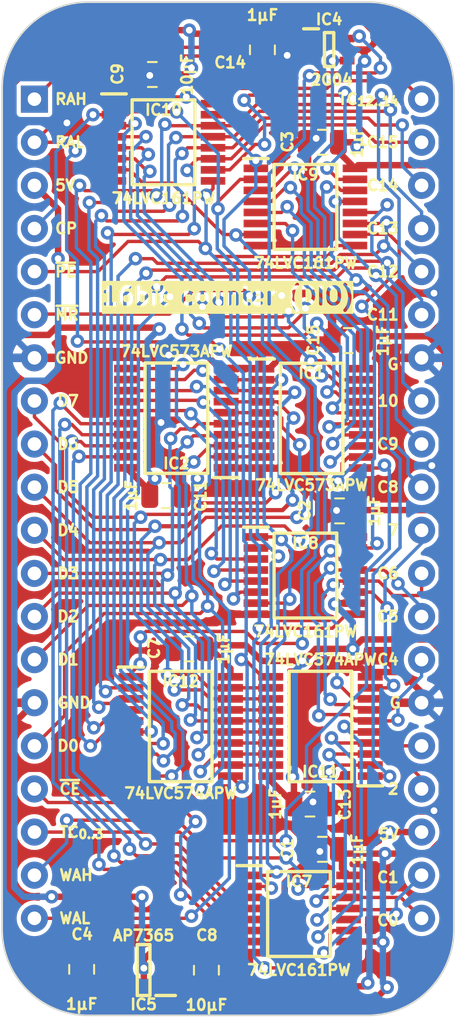
<source format=kicad_pcb>
(kicad_pcb (version 20221018) (generator pcbnew)
  (layers (0 "F.Cu" signal) (31 "B.Cu" signal) (36 "B.SilkS" user "B.Silkscreen") (37 "F.SilkS" user "F.Silkscreen") (38 "B.Mask" user) (39 "F.Mask" user) (44 "Edge.Cuts" user))
  (net 0 "")
  (net 1 "/5V")
  (net 2 "/GND")
  (net 3 "/3.3V")
  (net 4 "/LC0")
  (net 5 "/LC1")
  (net 6 "/LC2")
  (net 7 "/LC3")
  (net 8 "/C3")
  (net 9 "/C2")
  (net 10 "/C1")
  (net 11 "/C0")
  (net 12 "/TC_{0..3}")
  (net 13 "/LC4")
  (net 14 "/LC5")
  (net 15 "/LC6")
  (net 16 "/LC7")
  (net 17 "/C7")
  (net 18 "/C6")
  (net 19 "/C5")
  (net 20 "/C4")
  (net 21 "/TC_{4..7}")
  (net 22 "/LC8")
  (net 23 "/LC9")
  (net 24 "/LC10")
  (net 25 "/LC11")
  (net 26 "/C11")
  (net 27 "/C10")
  (net 28 "/C9")
  (net 29 "/C8")
  (net 30 "/TC_{8..11}")
  (net 31 "/LC12")
  (net 32 "/LC13")
  (net 33 "/LC14")
  (net 34 "/C14")
  (net 35 "/C13")
  (net 36 "/C12")
  (net 38 "/Write Start Address High")
  (net 39 "/D0")
  (net 40 "/D1")
  (net 41 "/D2")
  (net 42 "/D3")
  (net 43 "/D4")
  (net 44 "/D5")
  (net 45 "/D6")
  (net 46 "/D7")
  (net 47 "/Write Start Address Low")
  (net 48 "/~{Read Address Low}")
  (net 49 "/Read Address Low")
  (net 50 "/~{Read Address High}")
  (net 51 "/Read Address High")
  (net 52 "/~{MR}")
  (net 53 "/CP")
  (net 54 "/CE")
  (net 55 "/~{PE}")
  (net 56 "/LC15")
  (net 57 "/C15")
  (net 58 "/TC_{12..15}")
  (footprint "SamacSys_Parts:C_0805" (layer "F.Cu") (at 105.156 99.949 -90)
    (fp_text reference "C13")
    (fp_text value "1μF")
  )
  (footprint "SamacSys_Parts:C_0805" (layer "F.Cu") (at 98.044 90.805 90)
    (fp_text reference "C7")
    (fp_text value "1μF")
  )
  (footprint "SamacSys_Parts:SOP65P640X110-20N" (layer "F.Cu") (at 105.791 95.377 180)
    (fp_text reference "IC11")
    (fp_text value "74LVC574APW,118" hide)
  )
  (footprint "SamacSys_Parts:C_0805" (layer "F.Cu") (at 102.362 55.499 180)
    (fp_text reference "C14")
    (fp_text value "1μF")
  )
  (footprint "SamacSys_Parts:SOP65P640X110-16N" (layer "F.Cu") (at 104.521 106.426)
    (fp_text reference "IC7")
    (fp_text value "74LVC161PW,112" hide)
  )
  (footprint "SamacSys_Parts:C_0805" (layer "F.Cu") (at 91.6894 109.7026)
    (fp_text reference "C4")
    (fp_text value "1μF")
  )
  (footprint "SamacSys_Parts:C_0805" (layer "F.Cu") (at 106.934 82.677 90)
    (fp_text reference "C2")
    (fp_text value "1μF")
  )
  (footprint "SamacSys_Parts:SOP65P640X110-16N" (layer "F.Cu") (at 96.52 60.96)
    (fp_text reference "IC10")
    (fp_text value "74LVC161PW,112" hide)
  )
  (footprint "SamacSys_Parts:C_0805" (layer "F.Cu") (at 95.877 56.966999 90)
    (fp_text reference "C9")
    (fp_text value "10µF")
  )
  (footprint "SamacSys_Parts:C_0805" (layer "F.Cu") (at 99.0554 109.7534)
    (fp_text reference "C8")
    (fp_text value "10µF")
  )
  (footprint "SamacSys_Parts:SOP65P640X110-20N" (layer "F.Cu") (at 97.282 77.216 180)
    (fp_text reference "IC2")
    (fp_text value "74LVC573APW,118" hide)
  )
  (footprint "SamacSys_Parts:SOP65P640X110-16N" (layer "F.Cu") (at 104.902 64.77)
    (fp_text reference "IC9")
    (fp_text value "74LVC161PW,112" hide)
  )
  (footprint "SamacSys_Parts:C_0805" (layer "F.Cu") (at 96.647 81.777 -90)
    (fp_text reference "C11")
    (fp_text value "1μF")
  )
  (footprint "SamacSys_Parts:C_0805" (layer "F.Cu") (at 107.442 72.644 90)
    (fp_text reference "C15")
    (fp_text value "1μF")
  )
  (footprint "SamacSys_Parts:C_0805" (layer "F.Cu") (at 105.918 60.96 90)
    (fp_text reference "C3")
    (fp_text value "1μF")
  )
  (footprint "SamacSys_Parts:SOP65P640X110-20N" (layer "F.Cu") (at 97.536001 95.377)
    (fp_text reference "IC12")
    (fp_text value "74LVC574APW,118" hide)
  )
  (footprint "SamacSys_Parts:SOP65P640X110-20N" (layer "F.Cu") (at 105.266 77.227)
    (fp_text reference "IC1")
    (fp_text value "74LVC573APW,118" hide)
  )
  (footprint "SamacSys_Parts:SOP65P210X110-6N" (layer "F.Cu") (at 106.299 55.499)
    (fp_text reference "IC4")
    (fp_text value "74LVC2G04GW-Q100H" hide)
  )
  (footprint "SamacSys_Parts:SOP65P640X110-16N" (layer "F.Cu") (at 104.902 86.487)
    (fp_text reference "IC8")
    (fp_text value "74LVC161PW,112" hide)
  )
  (footprint "SamacSys_Parts:SOT95P285X130-5N" (layer "F.Cu") (at 95.347 109.728 180)
    (fp_text reference "IC5")
    (fp_text value "AP7365-33WG-7" hide)
  )
  (footprint "SamacSys_Parts:DIP-40_Board_W22.86mm" (layer "F.Cu") (at 88.9 58.42)
    (fp_text reference "J2" hide)
    (fp_text value "Conn_02x20_Counter_Clockwise")
  )
  (footprint "SamacSys_Parts:C_0805" (layer "F.Cu") (at 105.918 102.616 90)
    (fp_text reference "C1")
    (fp_text value "1μF")
  )
  (gr_arc (start 113.665 107.315) (mid 112.177102 110.907102) (end 108.585 112.395) (stroke (width 0.1)) (layer "Edge.Cuts"))
  (gr_arc (start 92.075 112.395) (mid 88.482898 110.907102) (end 86.995 107.315) (stroke (width 0.1)) (layer "Edge.Cuts"))
  (gr_line (start 113.665 107.315) (end 113.665 57.785) (stroke (width 0.1)) (layer "Edge.Cuts"))
  (gr_line (start 86.995 57.785) (end 86.995 107.315) (stroke (width 0.1)) (layer "Edge.Cuts"))
  (gr_arc (start 86.995 57.785) (mid 88.482898 54.192898) (end 92.075 52.705) (stroke (width 0.1)) (layer "Edge.Cuts"))
  (gr_line (start 108.585 52.705) (end 92.075001 52.705) (stroke (width 0.1)) (layer "Edge.Cuts"))
  (gr_arc (start 108.585 52.705) (mid 112.177102 54.192898) (end 113.665 57.785) (stroke (width 0.1)) (layer "Edge.Cuts"))
  (gr_line (start 108.585 112.395) (end 92.075 112.395) (stroke (width 0.1)) (layer "Edge.Cuts"))
  (gr_text "5V" (at 110.49 101.727) (layer "F.SilkS") (effects (font (size 0.635 0.635)) (justify right)))
  (gr_text "C1" (at 110.49 104.267) (layer "F.SilkS") (effects (font (size 0.635 0.635)) (justify right)))
  (gr_text "D6" (at 90.17 78.74) (layer "F.SilkS") (effects (font (size 0.635 0.635)) (justify left)))
  (gr_text "7" (at 110.49 83.82) (layer "F.SilkS") (effects (font (size 0.635 0.635)) (justify right)))
  (gr_text "RAH" (at 90.043 58.42) (layer "F.SilkS") (effects (font (size 0.635 0.635)) (justify left)))
  (gr_text "G" (at 110.49 74.041) (layer "F.SilkS") (effects (font (size 0.635 0.635)) (justify right)))
  (gr_text "GND" (at 90.17 93.98) (layer "F.SilkS") (effects (font (size 0.635 0.635)) (justify left)))
  (gr_text "16bit counter (DIO)" (at 100.33 70.612) (layer "F.SilkS" knockout) (effects (font (size 1 1) (thickness 0.2) bold) (justify bottom)))
  (gr_text "D0" (at 90.17 96.52) (layer "F.SilkS") (effects (font (size 0.635 0.635)) (justify left)))
  (gr_text "C13" (at 110.49 66.04) (layer "F.SilkS") (effects (font (size 0.635 0.635)) (justify right)))
  (gr_text "D1" (at 90.17 91.44) (layer "F.SilkS") (effects (font (size 0.635 0.635)) (justify left)))
  (gr_text "D5" (at 90.17 81.28) (layer "F.SilkS") (effects (font (size 0.635 0.635)) (justify left)))
  (gr_text "D7" (at 90.17 76.2) (layer "F.SilkS") (effects (font (size 0.635 0.635)) (justify left)))
  (gr_text "~{MR}" (at 90.043 71.12) (layer "F.SilkS") (effects (font (size 0.635 0.635)) (justify left)))
  (gr_text "C14" (at 110.49 63.5) (layer "F.SilkS") (effects (font (size 0.635 0.635)) (justify right)))
  (gr_text "~{CE}" (at 90.297 99.06) (layer "F.SilkS") (effects (font (size 0.635 0.635)) (justify left)))
  (gr_text "C6" (at 110.49 86.36) (layer "F.SilkS") (effects (font (size 0.635 0.635)) (justify right)))
  (gr_text "D2" (at 90.17 88.9) (layer "F.SilkS") (effects (font (size 0.635 0.635)) (justify left)))
  (gr_text "TC_{12..14}" (at 110.49 58.42) (layer "F.SilkS") (effects (font (size 0.635 0.635)) (justify right)))
  (gr_text "C12" (at 110.49 68.58) (layer "F.SilkS") (effects (font (size 0.635 0.635)) (justify right)))
  (gr_text "C15" (at 110.49 60.96) (layer "F.SilkS") (effects (font (size 0.635 0.635)) (justify right)))
  (gr_text "C0" (at 110.49 106.807) (layer "F.SilkS") (effects (font (size 0.635 0.635)) (justify right)))
  (gr_text "WAH" (at 90.297 104.14) (layer "F.SilkS") (effects (font (size 0.635 0.635)) (justify left)))
  (gr_text "C5" (at 110.49 88.9) (layer "F.SilkS") (effects (font (size 0.635 0.635)) (justify right)))
  (gr_text "C8" (at 110.49 81.28) (layer "F.SilkS") (effects (font (size 0.635 0.635)) (justify right)))
  (gr_text "C4" (at 110.49 91.44) (layer "F.SilkS") (effects (font (size 0.635 0.635)) (justify right)))
  (gr_text "D4" (at 90.17 83.82) (layer "F.SilkS") (effects (font (size 0.635 0.635)) (justify left)))
  (gr_text "C11" (at 110.49 71.12) (layer "F.SilkS") (effects (font (size 0.635 0.635)) (justify right)))
  (gr_text "10" (at 110.49 76.2) (layer "F.SilkS") (effects (font (size 0.635 0.635)) (justify right)))
  (gr_text "~{PE}" (at 90.043 68.58) (layer "F.SilkS") (effects (font (size 0.635 0.635)) (justify left)))
  (gr_text "2" (at 110.49 99.06) (layer "F.SilkS") (effects (font (size 0.635 0.635)) (justify right)))
  (gr_text "WAL" (at 90.297 106.68) (layer "F.SilkS") (effects (font (size 0.635 0.635)) (justify left)))
  (gr_text "G" (at 110.617 93.98) (layer "F.SilkS") (effects (font (size 0.635 0.635)) (justify right)))
  (gr_text "RAL" (at 90.043 60.96) (layer "F.SilkS") (effects (font (size 0.635 0.635)) (justify left)))
  (gr_text "CP" (at 90.043 66.04) (layer "F.SilkS") (effects (font (size 0.635 0.635)) (justify left)))
  (gr_text "C9" (at 110.49 78.74) (layer "F.SilkS") (effects (font (size 0.635 0.635)) (justify right)))
  (gr_text "D3" (at 90.17 86.36) (layer "F.SilkS") (effects (font (size 0.635 0.635)) (justify left)))
  (gr_text "TC_{0..3}" (at 90.297 101.6) (layer "F.SilkS") (effects (font (size 0.635 0.635)) (justify left)))
  (gr_text "GND" (at 90.043 73.66) (layer "F.SilkS") (effects (font (size 0.635 0.635)) (justify left)))
  (gr_text "5V" (at 90.043 63.5) (layer "F.SilkS") (effects (font (size 0.635 0.635)) (justify left)))
  (segment (start 99.0554 110.6874) (end 108.3876 110.6874) (width 0.38) (layer "F.Cu") (net 1))
  (segment (start 95.361243 110.347243) (end 95.361243 109.616757) (width 0.38) (layer "F.Cu") (net 1))
  (segment (start 88.9 63.5) (end 90.297 64.897) (width 0.38) (layer "F.Cu") (net 1))
  (segment (start 95.692 108.778) (end 95.361243 109.108757) (width 0.38) (layer "F.Cu") (net 1))
  (segment (start 90.297 64.897) (end 90.297 67.818) (width 0.38) (layer "F.Cu") (net 1))
  (segment (start 89.916 105.41) (end 95.25 105.41) (width 0.38) (layer "F.Cu") (net 1))
  (segment (start 108.3876 110.6874) (end 108.585 110.49) (width 0.38) (layer "F.Cu") (net 1))
  (segment (start 99.0554 110.6874) (end 96.6564 110.6874) (width 0.38) (layer "F.Cu") (net 1))
  (segment (start 95.692 110.678) (end 95.361243 110.347243) (width 0.38) (layer "F.Cu") (net 1))
  (segment (start 109.855 101.6) (end 111.76 101.6) (width 0.38) (layer "F.Cu") (net 1))
  (segment (start 96.647 110.678) (end 95.692 110.678) (width 0.38) (layer "F.Cu") (net 1))
  (segment (start 95.361243 109.108757) (end 95.361243 109.616757) (width 0.38) (layer "F.Cu") (net 1))
  (segment (start 96.647 108.778) (end 95.692 108.778) (width 0.38) (layer "F.Cu") (net 1))
  (via (at 108.585 110.49) (size 0.8) (drill 0.4) (layers "F.Cu" "B.Cu") (net 1))
  (via (at 95.361243 109.616757) (size 0.8) (drill 0.4) (layers "F.Cu" "B.Cu") (net 1))
  (via (at 109.855 101.6) (size 0.8) (drill 0.4) (layers "F.Cu" "B.Cu") (net 1))
  (via (at 95.25 105.41) (size 0.8) (drill 0.4) (layers "F.Cu" "B.Cu") (net 1))
  (via (at 89.916 105.41) (size 0.8) (drill 0.4) (layers "F.Cu" "B.Cu") (net 1))
  (via (at 90.297 67.818) (size 0.8) (drill 0.4) (layers "F.Cu" "B.Cu") (net 1))
  (segment (start 108.684 110.391) (end 108.684 102.542771) (width 0.38) (layer "B.Cu") (net 1))
  (segment (start 95.25 109.505514) (end 95.361243 109.616757) (width 0.38) (layer "B.Cu") (net 1))
  (segment (start 89.582001 75.01) (end 88.407085 75.01) (width 0.38) (layer "B.Cu") (net 1))
  (segment (start 87.71 104.855) (end 88.265 105.41) (width 0.38) (layer "B.Cu") (net 1))
  (segment (start 90.297 74.295001) (end 89.582001 75.01) (width 0.38) (layer "B.Cu") (net 1))
  (segment (start 108.684 102.542771) (end 109.626771 101.6) (width 0.38) (layer "B.Cu") (net 1))
  (segment (start 95.25 105.41) (end 95.25 109.505514) (width 0.38) (layer "B.Cu") (net 1))
  (segment (start 87.71 75.707085) (end 87.71 104.855) (width 0.38) (layer "B.Cu") (net 1))
  (segment (start 88.265 105.41) (end 89.916 105.41) (width 0.38) (layer "B.Cu") (net 1))
  (segment (start 88.407085 75.01) (end 87.71 75.707085) (width 0.38) (layer "B.Cu") (net 1))
  (segment (start 109.626771 101.6) (end 109.855 101.6) (width 0.38) (layer "B.Cu") (net 1))
  (segment (start 108.585 110.49) (end 108.684 110.391) (width 0.38) (layer "B.Cu") (net 1))
  (segment (start 90.297 67.818) (end 90.297 74.295001) (width 0.38) (layer "B.Cu") (net 1))
  (segment (start 97.586614 98.983614) (end 99.695 101.092) (width 0.38) (layer "F.Cu") (net 2))
  (segment (start 88.407085 97.87) (end 91.313 97.87) (width 0.38) (layer "F.Cu") (net 2))
  (segment (start 99.0554 108.7874) (end 98.356 108.088) (width 0.38) (layer "F.Cu") (net 2))
  (segment (start 103.860229 101.092) (end 104.952 102.183771) (width 0.38) (layer "F.Cu") (net 2))
  (segment (start 97.672 81.718) (end 98.695933 81.718) (width 0.38) (layer "F.Cu") (net 2))
  (segment (start 111.34684 69.850245) (end 112.494 69.850245) (width 0.38) (layer "F.Cu") (net 2))
  (segment (start 104.952 102.616) (end 104.952 103.315721) (width 0.38) (layer "F.Cu") (net 2))
  (segment (start 110.560436 92.171207) (end 109.009793 92.171207) (width 0.38) (layer "F.Cu") (net 2))
  (segment (start 98.1148 109.728) (end 99.0554 108.7874) (width 0.38) (layer "F.Cu") (net 2))
  (segment (start 101.977 88.762) (end 100.186781 88.762) (width 0.38) (layer "F.Cu") (net 2))
  (segment (start 111.347085 80.01) (end 109.795085 81.562) (width 0.38) (layer "F.Cu") (net 2))
  (segment (start 98.695933 81.718) (end 100.22 80.193933) (width 0.38) (layer "F.Cu") (net 2))
  (segment (start 99.695 101.092) (end 103.860229 101.092) (width 0.38) (layer "F.Cu") (net 2))
  (segment (start 91.694 97.87) (end 92.126 98.302) (width 0.38) (layer "F.Cu") (net 2))
  (segment (start 109.009793 92.171207) (end 108.729 92.452) (width 0.38) (layer "F.Cu") (net 2))
  (segment (start 100.22 80.193933) (end 100.22 80.141) (width 0.38) (layer "F.Cu") (net 2))
  (segment (start 103.774 80.152) (end 105.968 82.346) (width 0.38) (layer "F.Cu") (net 2))
  (segment (start 91.313 93.599) (end 91.313 97.87) (width 0.38) (layer "F.Cu") (net 2))
  (segment (start 98.801005 73.23945) (end 99.818 74.256445) (width 0.38) (layer "F.Cu") (net 2))
  (segment (start 102.328 80.152) (end 103.774 80.152) (width 0.38) (layer "F.Cu") (net 2))
  (segment (start 91.313 97.87) (end 91.694 97.87) (width 0.38) (layer "F.Cu") (net 2))
  (segment (start 106.20205 72.91795) (end 106.096546 72.812446) (width 0.38) (layer "F.Cu") (net 2))
  (segment (start 111.76 93.370771) (end 110.560436 92.171207) (width 0.38) (layer "F.Cu") (net 2))
  (segment (start 100.22 74.291) (end 102.317 74.291) (width 0.38) (layer "F.Cu") (net 2))
  (segment (start 97.79 98.780229) (end 97.79 97.374562) (width 0.38) (layer "F.Cu") (net 2))
  (segment (start 105.968 82.677) (end 105.382 83.263) (width 0.38) (layer "F.Cu") (net 2))
  (segment (start 109.795085 81.562) (end 107.352903 81.562) (width 0.38) (layer "F.Cu") (net 2))
  (segment (start 97.088423 73.23945) (end 98.801005 73.23945) (width 0.38) (layer "F.Cu") (net 2))
  (segment (start 105.057 66.367229) (end 105.057 61.065) (width 0.38) (layer "F.Cu") (net 2))
  (segment (start 106.122 99.01) (end 106.122 99.949) (width 0.38) (layer "F.Cu") (net 2))
  (segment (start 106.560948 100.387948) (end 112.447374 100.387948) (width 0.38) (layer "F.Cu") (net 2))
  (segment (start 96.667873 73.66) (end 97.088423 73.23945) (width 0.38) (layer "F.Cu") (net 2))
  (segment (start 93.56 63.2) (end 92.48 63.2) (width 0.38) (layer "F.Cu") (net 2))
  (segment (start 106.122 99.949) (end 105.472415 99.949) (width 0.38) (layer "F.Cu") (net 2))
  (segment (start 99.658781 89.29) (end 94.86 89.29) (width 0.38) (layer "F.Cu") (net 2))
  (segment (start 97.383229 99.187) (end 97.586614 98.983614) (width 0.38) (layer "F.Cu") (net 2))
  (segment (start 105.968 82.677) (end 106.713967 82.677) (width 0.38) (layer "F.Cu") (net 2))
  (segment (start 109.668085 71.529) (end 111.34684 69.850245) (width 0.38) (layer "F.Cu") (net 2))
  (segment (start 94.234 89.916) (end 94.234 90.678) (width 0.38) (layer "F.Cu") (net 2))
  (segment (start 112.367 80.01) (end 111.347085 80.01) (width 0.38) (layer "F.Cu") (net 2))
  (segment (start 92.338 108.088) (end 91.6894 108.7366) (width 0.38) (layer "F.Cu") (net 2))
  (segment (start 97.785874 97.370436) (end 97.785874 96.388874) (width 0.38) (layer "F.Cu") (net 2))
  (segment (start 105.41 96.012) (end 105.41 98.298) (width 0.38) (layer "F.Cu") (net 2))
  (segment (start 104.213576 88.762) (end 101.977 88.762) (width 0.38) (layer "F.Cu") (net 2))
  (segment (start 95.483001 99.187) (end 97.383229 99.187) (width 0.38) (layer "F.Cu") (net 2))
  (segment (start 107.591 71.529) (end 109.668085 71.529) (width 0.38) (layer "F.Cu") (net 2))
  (segment (start 96.139 77.705693) (end 96.374693 77.47) (width 0.38) (layer "F.Cu") (net 2))
  (segment (start 104.251325 72.812446) (end 102.761771 74.302) (width 0.38) (layer "F.Cu") (net 2))
  (segment (start 94.86 89.29) (end 94.234 89.916) (width 0.38) (layer "F.Cu") (net 2))
  (segment (start 101.977 67.045) (end 104.379229 67.045) (width 0.38) (layer "F.Cu") (net 2))
  (segment (start 94.598001 98.302) (end 95.483001 99.187) (width 0.38) (layer "F.Cu") (net 2))
  (segment (start 92.126 98.302) (end 94.598001 98.302) (width 0.38) (layer "F.Cu") (net 2))
  (segment (start 94.234 90.678) (end 94.457002 90.901002) (width 0.38) (layer "F.Cu") (net 2))
  (segment (start 103.428 56.465) (end 104.394 55.499) (width 0.38) (layer "F.Cu") (net 2))
  (segment (start 100.186781 88.762) (end 99.658781 89.29) (width 0.38) (layer "F.Cu") (net 2))
  (segment (start 95.974309 94.577309) (end 95.974309 91.731691) (width 0.38) (layer "F.Cu") (net 2))
  (segment (start 105.302653 60.96) (end 105.534 60.728653) (width 0.38) (layer "F.Cu") (net 2))
  (segment (start 94.911 56.966999) (end 95.655499 56.966999) (width 0.38) (layer "F.Cu") (net 2))
  (segment (start 92.48 61.478998) (end 90.818002 59.817) (width 0.38) (layer "F.Cu") (net 2))
  (segment (start 105.175653 60.96) (end 105.302653 60.96) (width 0.38) (layer "F.Cu") (net 2))
  (segment (start 108.729 92.452) (end 108.192261 91.915261) (width 0.38) (layer "F.Cu") (net 2))
  (segment (start 88.9 73.66) (end 96.667873 73.66) (width 0.38) (layer "F.Cu") (net 2))
  (segment (start 105.382 83.263) (end 105.382 87.593576) (width 0.38) (layer "F.Cu") (net 2))
  (segment (start 103.135 108.701) (end 101.596 108.701) (width 0.38) (layer "F.Cu") (net 2))
  (segment (start 90.818002 58.914998) (end 90.818002 59.817) (width 0.38) (layer "F.Cu") (net 2))
  (segment (start 94.911 56.966999) (end 92.766001 56.966999) (width 0.38) (layer "F.Cu") (net 2))
  (segment (start 106.122 99.949) (end 106.560948 100.387948) (width 0.38) (layer "F.Cu") (net 2))
  (segment (start 95.655499 56.966999) (end 95.7115 57.023) (width 0.38) (layer "F.Cu") (net 2))
  (segment (start 97.785874 96.388874) (end 95.974309 94.577309) (width 0.38) (layer "F.Cu") (net 2))
  (segment (start 106.476 72.644) (end 107.591 71.529) (width 0.38) (layer "F.Cu") (net 2))
  (segment (start 104.379229 67.045) (end 105.057 66.367229) (width 0.38) (layer "F.Cu") (net 2))
  (segment (start 95.974309 91.731691) (end 96.901 90.805) (width 0.38) (layer "F.Cu") (net 2))
  (segment (start 104.952 103.315721) (end 103.677 104.590721) (width 0.38) (layer "F.Cu") (net 2))
  (segment (start 97.613 81.103) (end 96.139 79.629) (width 0.38) (layer "F.Cu") (net 2))
  (segment (start 87.71 95.17) (end 87.71 97.172915) (width 0.38) (layer "F.Cu") (net 2))
  (segment (start 105.41 98.298) (end 106.122 99.01) (width 0.38) (layer "F.Cu") (net 2))
  (segment (start 94.457002 90.901002) (end 96.981998 90.901002) (width 0.38) (layer "F.Cu") (net 2))
  (segment (start 100.22 80.141) (end 102.317 80.141) (width 0.38) (layer "F.Cu") (net 2))
  (segment (start 104.394 55.499) (end 105.237 55.499) (width 0.38) (layer "F.Cu") (net 2))
  (segment (start 96.139 79.629) (end 96.139 77.705693) (width 0.38) (layer "F.Cu") (net 2))
  (segment (start 104.902 95.504) (end 105.41 96.012) (width 0.38) (layer "F.Cu") (net 2))
  (segment (start 92.48 63.2) (end 92.48 61.478998) (width 0.38) (layer "F.Cu") (net 2))
  (segment (start 104.952 102.616) (end 105.6255 102.616) (width 0.38) (layer "F.Cu") (net 2))
  (segment (start 97.586614 98.983614) (end 97.79 98.780229) (width 0.38) (layer "F.Cu") (net 2))
  (segment (start 98.356 108.088) (end 92.338 108.088) (width 0.38) (layer "F.Cu") (net 2))
  (segment (start 104.902 92.44425) (end 104.902 95.504) (width 0.38) (layer "F.Cu") (net 2))
  (segment (start 105.430989 91.915261) (end 104.902 92.44425) (width 0.38) (layer "F.Cu") (net 2))
  (segment (start 94.234 90.678) (end 91.313 93.599) (width 0.38) (layer "F.Cu") (net 2))
  (segment (start 106.713967 82.677) (end 106.739999 82.650968) (width 0.38) (layer "F.Cu") (net 2))
  (segment (start 105.382 87.593576) (end 104.213576 88.762) (width 0.38) (layer "F.Cu") (net 2))
  (segment (start 87.71 97.172915) (end 88.407085 97.87) (width 0.38) (layer "F.Cu") (net 2))
  (segment (start 101.596 108.701) (end 99.1418 108.701) (width 0.38) (layer "F.Cu") (net 2))
  (segment (start 106.096546 72.812446) (end 104.251325 72.812446) (width 0.38) (layer "F.Cu") (net 2))
  (segment (start 103.677 104.590721) (end 103.677 108.159) (width 0.38) (layer "F.Cu") (net 2))
  (segment (start 102.362 56.465) (end 103.428 56.465) (width 0.38) (layer "F.Cu") (net 2))
  (segment (start 105.472415 99.949) (end 105.348 99.824585) (width 0.38) (layer "F.Cu") (net 2))
  (segment (start 97.79 97.374562) (end 97.785874 97.370436) (width 0.38) (layer "F.Cu") (net 2))
  (segment (start 92.766001 56.966999) (end 90.818002 58.914998) (width 0.38) (layer "F.Cu") (net 2))
  (segment (start 88.9 93.98) (end 87.71 95.17) (width 0.38) (layer "F.Cu") (net 2))
  (segment (start 106.739999 82.174904) (end 106.739999 82.650968) (width 0.38) (layer "F.Cu") (net 2))
  (segment (start 96.647 109.728) (end 98.1148 109.728) (width 0.38) (layer "F.Cu") (net 2))
  (segment (start 107.352903 81.562) (end 106.739999 82.174904) (width 0.38) (layer "F.Cu") (net 2))
  (segment (start 108.192261 91.915261) (end 105.430989 91.915261) (width 0.38) (layer "F.Cu") (net 2))
  (segment (start 112.447374 100.387948) (end 112.494 100.341322) (width 0.38) (layer "F.Cu") (net 2))
  (segment (start 97.613 81.777) (end 97.613 81.103) (width 0.38) (layer "F.Cu") (net 2))
  (segment (start 103.677 108.159) (end 103.135 108.701) (width 0.38) (layer "F.Cu") (net 2))
  (segment (start 105.6255 102.616) (end 105.7525 102.743) (width 0.38) (layer "F.Cu") (net 2))
  (via (at 105.348 99.824585) (size 0.8) (drill 0.4) (layers "F.Cu" "B.Cu") (net 2))
  (via (at 105.7525 102.743) (size 0.8) (drill 0.4) (layers "F.Cu" "B.Cu") (net 2))
  (via (at 90.818002 59.817) (size 0.8) (drill 0.4) (layers "F.Cu" "B.Cu") (net 2))
  (via (at 96.374693 77.47) (size 0.8) (drill 0.4) (layers "F.Cu" "B.Cu") (net 2))
  (via (at 95.7115 57.023) (size 0.8) (drill 0.4) (layers "F.Cu" "B.Cu") (net 2))
  (via (at 96.833182 73.495133) (size 0.8) (drill 0.4) (layers "F.Cu" "B.Cu") (net 2))
  (via (at 105.534 60.728653) (size 0.8) (drill 0.4) (layers "F.Cu" "B.Cu") (net 2))
  (via (at 103.824533 55.840517) (size 0.8) (drill 0.4) (layers "F.Cu" "B.Cu") (net 2))
  (via (at 112.367 80.01) (size 0.8) (drill 0.4) (layers "F.Cu" "B.Cu") (net 2))
  (via (at 112.494 69.850245) (size 0.8) (drill 0.4) (layers "F.Cu" "B.Cu") (net 2))
  (via (at 112.494 100.341322) (size 0.8) (drill 0.4) (layers "F.Cu" "B.Cu") (net 2))
  (via (at 106.739999 82.650968) (size 0.8) (drill 0.4) (layers "F.Cu" "B.Cu") (net 2))
  (segment (start 105.946 56.726803) (end 105.059714 55.840517) (width 0.38) (layer "B.Cu") (net 2))
  (segment (start 90.771002 59.77) (end 90.818002 59.817) (width 0.38) (layer "B.Cu") (net 2))
  (segment (start 112.95 99.885322) (end 112.494 100.341322) (width 0.38) (layer "B.Cu") (net 2))
  (segment (start 88.407085 59.77) (end 90.771002 59.77) (width 0.38) (layer "B.Cu") (net 2))
  (segment (start 105.946 60.316653) (end 105.946 56.726803) (width 0.38) (layer "B.Cu") (net 2))
  (segment (start 112.95 95.17) (end 112.95 99.885322) (width 0.38) (layer "B.Cu") (net 2))
  (segment (start 111.76 93.98) (end 112.95 95.17) (width 0.38) (layer "B.Cu") (net 2))
  (segment (start 111.76 73.66) (end 112.95 72.47) (width 0.38) (layer "B.Cu") (net 2))
  (segment (start 88.9 73.66) (end 87.71 72.47) (width 0.38) (layer "B.Cu") (net 2))
  (segment (start 112.367 80.01) (end 112.95 80.593) (width 0.38) (layer "B.Cu") (net 2))
  (segment (start 105.94405 53.721) (end 108.839 53.721) (width 0.38) (layer "B.Cu") (net 2))
  (segment (start 87.71 60.467085) (end 88.407085 59.77) (width 0.38) (layer "B.Cu") (net 2))
  (segment (start 105.534 60.728653) (end 105.946 60.316653) (width 0.38) (layer "B.Cu") (net 2))
  (segment (start 112.95 92.79) (end 111.76 93.98) (width 0.38) (layer "B.Cu") (net 2))
  (segment (start 112.95 74.85) (end 112.95 79.427) (width 0.38) (layer "B.Cu") (net 2))
  (segment (start 112.95 57.832) (end 112.95 69.394245) (width 0.38) (layer "B.Cu") (net 2))
  (segment (start 100.750483 55.840517) (end 103.824533 55.840517) (width 0.38) (layer "B.Cu") (net 2))
  (segment (start 112.95 79.427) (end 112.367 80.01) (width 0.38) (layer "B.Cu") (net 2))
  (segment (start 96.52 73.808315) (end 96.833182 73.495133) (width 0.38) (layer "B.Cu") (net 2))
  (segment (start 112.95 70.306245) (end 112.494 69.850245) (width 0.38) (layer "B.Cu") (net 2))
  (segment (start 112.95 72.47) (end 112.95 70.306245) (width 0.38) (layer "B.Cu") (net 2))
  (segment (start 99.221 57.37) (end 100.750483 55.840517) (width 0.38) (layer "B.Cu") (net 2))
  (segment (start 111.76 73.66) (end 112.95 74.85) (width 0.38) (layer "B.Cu") (net 2))
  (segment (start 87.71 72.47) (end 87.71 60.467085) (width 0.38) (layer "B.Cu") (net 2))
  (segment (start 105.059714 55.840517) (end 103.824533 55.840517) (width 0.38) (layer "B.Cu") (net 2))
  (segment (start 103.824533 55.840517) (end 105.94405 53.721) (width 0.38) (layer "B.Cu") (net 2))
  (segment (start 96.52 77.324693) (end 96.52 73.808315) (width 0.38) (layer "B.Cu") (net 2))
  (segment (start 96.374693 77.47) (end 96.52 77.324693) (width 0.38) (layer "B.Cu") (net 2))
  (segment (start 108.839 53.721) (end 112.95 57.832) (width 0.38) (layer "B.Cu") (net 2))
  (segment (start 105.7525 102.743) (end 105.348 102.3385) (width 0.38) (layer "B.Cu") (net 2))
  (segment (start 112.95 80.593) (end 112.95 92.79) (width 0.38) (layer "B.Cu") (net 2))
  (segment (start 112.95 69.394245) (end 112.494 69.850245) (width 0.38) (layer "B.Cu") (net 2))
  (segment (start 95.7115 57.023) (end 96.0585 57.37) (width 0.38) (layer "B.Cu") (net 2))
  (segment (start 105.348 102.3385) (end 105.348 99.824585) (width 0.38) (layer "B.Cu") (net 2))
  (segment (start 96.0585 57.37) (end 99.221 57.37) (width 0.38) (layer "B.Cu") (net 2))
  (segment (start 107.061 103.766) (end 107.446 104.151) (width 0.38) (layer "F.Cu") (net 3))
  (segment (start 112.092915 90.25) (end 108.251 90.25) (width 0.38) (layer "F.Cu") (net 3))
  (segment (start 112.315 82.63) (end 107.915 82.63) (width 0.38) (layer "F.Cu") (net 3))
  (segment (start 99.445 58.685) (end 97.726999 56.966999) (width 0.38) (layer "F.Cu") (net 3))
  (segment (start 104.222 98.425) (end 104.144069 98.347069) (width 0.38) (layer "F.Cu") (net 3))
  (segment (start 108.8946 111.5774) (end 109.728 110.744) (width 0.38) (layer "F.Cu") (net 3))
  (segment (start 106.852 61.393) (end 106.852 61.52) (width 0.38) (layer "F.Cu") (net 3))
  (segment (start 104.913229 91.276241) (end 104.913229 91.315792) (width 0.38) (layer "F.Cu") (net 3))
  (segment (start 112.95 89.392915) (end 112.092915 90.25) (width 0.38) (layer "F.Cu") (net 3))
  (segment (start 112.172915 72.39) (end 113.157 73.374085) (width 0.38) (layer "F.Cu") (net 3))
  (segment (start 108.398002 55.718502) (end 108.398002 56.177) (width 0.38) (layer "F.Cu") (net 3))
  (segment (start 94.047 110.678) (end 94.9464 111.5774) (width 0.38) (layer "F.Cu") (net 3))
  (segment (start 87.63 71.755) (end 88.185 72.31) (width 0.38) (layer "F.Cu") (net 3))
  (segment (start 107.061 102.825) (end 107.061 103.766) (width 0.38) (layer "F.Cu") (net 3))
  (segment (start 108.376 74.13) (end 108.204 74.302) (width 0.38) (layer "F.Cu") (net 3))
  (segment (start 87.63 57.531) (end 87.63 71.755) (width 0.38) (layer "F.Cu") (net 3))
  (segment (start 102.853 98.302) (end 102.853 98.58) (width 0.38) (layer "F.Cu") (net 3))
  (segment (start 105.503 90.805) (end 105.503 90.81347) (width 0.38) (layer "F.Cu") (net 3))
  (segment (start 105.040229 91.276241) (end 104.913229 91.276241) (width 0.38) (layer "F.Cu") (net 3))
  (segment (start 106.682159 88.112) (end 106.629612 88.164547) (width 0.38) (layer "F.Cu") (net 3))
  (segment (start 108.966 55.118) (end 108.585 55.499) (width 0.38) (layer "F.Cu") (net 3))
  (segment (start 99.149241 90.976241) (end 99.529482 90.596) (width 0.38) (layer "F.Cu") (net 3))
  (segment (start 107.827 62.495) (end 108.012 62.31) (width 0.38) (layer "F.Cu") (net 3))
  (segment (start 107.827 82.718) (end 107.827 84.212) (width 0.38) (layer "F.Cu") (net 3))
  (segment (start 108.376 72.644) (end 108.376 74.13) (width 0.38) (layer "F.Cu") (net 3))
  (segment (start 112.172915 102.87) (end 107.106 102.87) (width 0.38) (layer "F.Cu") (net 3))
  (segment (start 90.164896 71.882) (end 96.186 71.882) (width 0.38) (layer "F.Cu") (net 3))
  (segment (start 112.348 62.31) (end 113.284 63.246) (width 0.38) (layer "F.Cu") (net 3))
  (segment (start 102.362 54.565) (end 98.253 54.565) (width 0.38) (layer "F.Cu") (net 3))
  (segment (start 106.852 61.52) (end 107.827 62.495) (width 0.38) (layer "F.Cu") (net 3))
  (segment (start 108.585 55.499) (end 107.361 55.499) (width 0.38) (layer "F.Cu") (net 3))
  (segment (start 112.315 82.63) (end 112.95 83.265) (width 0.38) (layer "F.Cu") (net 3))
  (segment (start 112.252915 90.25) (end 113.284 91.281085) (width 0.38) (layer "F.Cu") (net 3))
  (segment (start 112.092915 90.25) (end 112.252915 90.25) (width 0.38) (layer "F.Cu") (net 3))
  (segment (start 112.172915 72.39) (end 108.63 72.39) (width 0.38) (layer "F.Cu") (net 3))
  (segment (start 95.713 81.071) (end 96.012 80.772) (width 0.38) (layer "F.Cu") (net 3))
  (segment (start 102.311021 91.516021) (end 104.713 91.516021) (width 0.38) (layer "F.Cu") (net 3))
  (segment (start 113.157 73.374085) (end 113.157 81.788) (width 0.38) (layer "F.Cu") (net 3))
  (segment (start 99.529482 90.596) (end 101.391 90.596) (width 0.38) (layer "F.Cu") (net 3))
  (segment (start 113.284 63.246) (end 113.284 71.278915) (width 0.38) (layer "F.Cu") (net 3))
  (segment (start 113.284 71.278915) (end 112.172915 72.39) (width 0.38) (layer "F.Cu") (net 3))
  (segment (start 113.284 91.281085) (end 113.284 101.758915) (width 0.38) (layer "F.Cu") (net 3))
  (segment (start 107.446 108.051) (end 109.448 108.051) (width 0.38) (layer "F.Cu") (net 3))
  (segment (start 104.913229 91.315792) (end 104.713 91.516021) (width 0.38) (layer "F.Cu") (net 3))
  (segment (start 98.253 54.565) (end 98.044 54.356) (width 0.38) (layer "F.Cu") (net 3))
  (segment (start 105.503 90.81347) (end 105.040229 91.276241) (width 0.38) (layer "F.Cu") (net 3))
  (segment (start 101.391 90.596) (end 102.311021 91.516021) (width 0.38) (layer "F.Cu") (net 3))
  (segment (start 107.696 90.805) (end 105.503 90.805) (width 0.38) (layer "F.Cu") (net 3))
  (segment (start 106.7845 102.616) (end 104.222 100.0535) (width 0.38) (layer "F.Cu") (net 3))
  (segment (start 113.157 81.788) (end 112.315 82.63) (width 0.38) (layer "F.Cu") (net 3))
  (segment (start 112.95 83.265) (end 112.95 89.392915) (width 0.38) (layer "F.Cu") (net 3))
  (segment (start 108.206229 53.721) (end 108.966 54.480771) (width 0.38) (layer "F.Cu") (net 3))
  (segment (start 108.966 54.480771) (end 108.966 55.118) (width 0.38) (layer "F.Cu") (net 3))
  (segment (start 97.726999 56.966999) (end 96.811 56.966999) (width 0.38) (layer "F.Cu") (net 3))
  (segment (start 107.696 60.96) (end 107.95 61.214) (width 0.38) (layer "F.Cu") (net 3))
  (segment (start 96.186 71.882) (end 96.266 71.962) (width 0.38) (layer "F.Cu") (net 3))
  (segment (start 98.044 54.356) (end 90.805 54.356) (width 0.38) (layer "F.Cu") (net 3))
  (segment (start 95.713 81.51) (end 94.344 80.141) (width 0.38) (layer "F.Cu") (net 3))
  (segment (start 96.811 56.966999) (end 97.784001 56.966999) (width 0.38) (layer "F.Cu") (net 3))
  (segment (start 100.474001 91.965001) (end 100.474001 92.452) (width 0.38) (layer "F.Cu") (net 3))
  (segment (start 107.827 88.112) (end 106.682159 88.112) (width 0.38) (layer "F.Cu") (net 3))
  (segment (start 94.9464 111.5774) (end 108.8946 111.5774) (width 0.38) (layer "F.Cu") (net 3))
  (segment (start 90.805 54.356) (end 87.63 57.531) (width 0.38) (layer "F.Cu") (net 3))
  (segment (start 113.284 101.758915) (end 112.172915 102.87) (width 0.38) (layer "F.Cu") (net 3))
  (segment (start 104.222 99.949) (end 104.222 98.425) (width 0.38) (layer "F.Cu") (net 3))
  (segment (start 102.853 98.58) (end 104.222 99.949) (width 0.38) (layer "F.Cu") (net 3))
  (segment (start 91.6894 110.6366) (end 94.0056 110.6366) (width 0.38) (layer "F.Cu") (net 3))
  (segment (start 99.314 90.805) (end 100.474001 91.965001) (width 0.38) (layer "F.Cu") (net 3))
  (segment (start 108.1785 55.499) (end 108.398002 55.718502) (width 0.38) (layer "F.Cu") (net 3))
  (segment (start 95.713 81.777) (end 95.713 81.071) (width 0.38) (layer "F.Cu") (net 3))
  (segment (start 109.448 108.051) (end 109.474 108.077) (width 0.38) (layer "F.Cu") (net 3))
  (segment (start 89.736896 72.31) (end 90.164896 71.882) (width 0.38) (layer "F.Cu") (net 3))
  (segment (start 106.852 60.96) (end 107.696 60.96) (width 0.38) (layer "F.Cu") (net 3))
  (segment (start 108.251 90.25) (end 107.696 90.805) (width 0.38) (layer "F.Cu") (net 3))
  (segment (start 97.784001 56.966999) (end 98.171 56.58) (width 0.38) (layer "F.Cu") (net 3))
  (segment (start 103.206 53.721) (end 108.206229 53.721) (width 0.38) (layer "F.Cu") (net 3))
  (segment (start 108.012 62.31) (end 112.348 62.31) (width 0.38) (layer "F.Cu") (net 3))
  (segment (start 98.978 90.805) (end 99.314 90.805) (width 0.38) (layer "F.Cu") (net 3))
  (segment (start 107.361 55.499) (end 108.1785 55.499) (width 0.38) (layer "F.Cu") (net 3))
  (segment (start 102.362 54.565) (end 103.206 53.721) (width 0.38) (layer "F.Cu") (net 3))
  (segment (start 88.185 72.31) (end 89.736896 72.31) (width 0.38) (layer "F.Cu") (net 3))
  (via (at 104.144069 98.347069) (size 0.8) (drill 0.4) (layers "F.Cu" "B.Cu") (net 3))
  (via (at 96.266 71.962) (size 0.8) (drill 0.4) (layers "F.Cu" "B.Cu") (net 3))
  (via (at 104.713 91.516021) (size 0.8) (drill 0.4) (layers "F.Cu" "B.Cu") (net 3))
  (via (at 109.474 108.077) (size 0.8) (drill 0.4) (layers "F.Cu" "B.Cu") (net 3))
  (via (at 107.696 90.805) (size 0.8) (drill 0.4) (layers "F.Cu" "B.Cu") (net 3))
  (via (at 107.95 61.214) (size 0.8) (drill 0.4) (layers "F.Cu" "B.Cu") (net 3))
  (via (at 109.600996 102.87) (size 0.8) (drill 0.4) (layers "F.Cu" "B.Cu") (net 3))
  (via (at 106.629612 88.164547) (size 0.8) (drill 0.4) (layers "F.Cu" "B.Cu") (net 3))
  (via (at 96.012 80.772) (size 0.8) (drill 0.4) (layers "F.Cu" "B.Cu") (net 3))
  (via (at 108.398002 56.177) (size 0.8) (drill 0.4) (layers "F.Cu" "B.Cu") (net 3))
  (via (at 98.044 54.356) (size 0.8) (drill 0.4) (layers "F.Cu" "B.Cu") (net 3))
  (via (at 98.171 56.58) (size 0.8) (drill 0.4) (layers "F.Cu" "B.Cu") (net 3))
  (via (at 109.728 110.744) (size 0.8) (drill 0.4) (layers "F.Cu" "B.Cu") (net 3))
  (segment (start 107.95 61.214) (end 108.077 61.087) (width 0.38) (layer "B.Cu") (net 3))
  (segment (start 98.171 54.483) (end 98.171 56.58) (width 0.38) (layer "B.Cu") (net 3))
  (segment (start 104.267 98.224138) (end 104.267 92.121336) (width 0.38) (layer "B.Cu") (net 3))
  (segment (start 109.474 110.49) (end 109.474 108.077) (width 0.38) (layer "B.Cu") (net 3))
  (segment (start 109.728 110.744) (end 109.474 110.49) (width 0.38) (layer "B.Cu") (net 3))
  (segment (start 108.077 61.087) (end 108.077 56.498002) (width 0.38) (layer "B.Cu") (net 3))
  (segment (start 104.503 91.885336) (end 104.503 91.726021) (width 0.38) (layer "B.Cu") (net 3))
  (segment (start 96.012 80.772) (end 95.584685 80.344685) (width 0.38) (layer "B.Cu") (net 3))
  (segment (start 95.584685 80.344685) (end 95.584685 72.643315) (width 0.38) (layer "B.Cu") (net 3))
  (segment (start 104.503 91.726021) (end 104.713 91.516021) (width 0.38) (layer "B.Cu") (net 3))
  (segment (start 107.696 89.230935) (end 106.629612 88.164547) (width 0.38) (layer "B.Cu") (net 3))
  (segment (start 104.144069 98.347069) (end 104.267 98.224138) (width 0.38) (layer "B.Cu") (net 3))
  (segment (start 108.077 56.498002) (end 108.398002 56.177) (width 0.38) (layer "B.Cu") (net 3))
  (segment (start 95.584685 72.643315) (end 96.266 71.962) (width 0.38) (layer "B.Cu") (net 3))
  (segment (start 109.474 102.996996) (end 109.600996 102.87) (width 0.38) (layer "B.Cu") (net 3))
  (segment (start 109.474 108.077) (end 109.474 102.996996) (width 0.38) (layer "B.Cu") (net 3))
  (segment (start 107.696 90.805) (end 107.696 89.230935) (width 0.38) (layer "B.Cu") (net 3))
  (segment (start 104.267 92.121336) (end 104.503 91.885336) (width 0.38) (layer "B.Cu") (net 3))
  (segment (start 98.044 54.356) (end 98.171 54.483) (width 0.38) (layer "B.Cu") (net 3))
  (segment (start 94.344 79.491) (end 91.556558 79.491) (width 0.2) (layer "F.Cu") (net 4))
  (segment (start 91.556558 79.491) (end 91.530724 79.465166) (width 0.2) (layer "F.Cu") (net 4))
  (segment (start 101.596 105.451) (end 100.544058 105.451) (width 0.2) (layer "F.Cu") (net 4))
  (segment (start 97.393058 102.3) (end 95.467383 102.3) (width 0.2) (layer "F.Cu") (net 4))
  (segment (start 100.544058 105.451) (end 97.393058 102.3) (width 0.2) (layer "F.Cu") (net 4))
  (via (at 95.467383 102.3) (size 0.8) (drill 0.4) (layers "F.Cu" "B.Cu") (net 4))
  (via (at 91.530724 79.465166) (size 0.8) (drill 0.4) (layers "F.Cu" "B.Cu") (net 4))
  (segment (start 91.2 98.032617) (end 95.467383 102.3) (width 0.2) (layer "B.Cu") (net 4))
  (segment (start 91.530724 79.465166) (end 91.2 79.79589) (width 0.2) (layer "B.Cu") (net 4))
  (segment (start 91.2 79.79589) (end 91.2 98.032617) (width 0.2) (layer "B.Cu") (net 4))
  (segment (start 101.596 106.101) (end 100.628372 106.101) (width 0.2) (layer "F.Cu") (net 5))
  (segment (start 97.527372 103) (end 94.910595 103) (width 0.2) (layer "F.Cu") (net 5))
  (segment (start 100.628372 106.101) (end 97.527372 103) (width 0.2) (layer "F.Cu") (net 5))
  (segment (start 91.890365 78.841) (end 91.640365 78.591) (width 0.2) (layer "F.Cu") (net 5))
  (segment (start 94.910595 103) (end 94.514763 102.604168) (width 0.2) (layer "F.Cu") (net 5))
  (segment (start 91.128321 78.591) (end 91.1 78.562679) (width 0.2) (layer "F.Cu") (net 5))
  (segment (start 94.344 78.841) (end 91.890365 78.841) (width 0.2) (layer "F.Cu") (net 5))
  (segment (start 91.640365 78.591) (end 91.128321 78.591) (width 0.2) (layer "F.Cu") (net 5))
  (via (at 94.514763 102.604168) (size 0.8) (drill 0.4) (layers "F.Cu" "B.Cu") (net 5))
  (via (at 91.1 78.562679) (size 0.8) (drill 0.4) (layers "F.Cu" "B.Cu") (net 5))
  (segment (start 91.1 78.562679) (end 90.8 78.862679) (width 0.2) (layer "B.Cu") (net 5))
  (segment (start 94.514763 102.04242) (end 94.514763 102.604168) (width 0.2) (layer "B.Cu") (net 5))
  (segment (start 90.8 78.862679) (end 90.8 98.327657) (width 0.2) (layer "B.Cu") (net 5))
  (segment (start 90.8 98.327657) (end 94.514763 102.04242) (width 0.2) (layer "B.Cu") (net 5))
  (segment (start 101.596 106.751) (end 100.671 106.751) (width 0.2) (layer "F.Cu") (net 6))
  (segment (start 94.344 78.191) (end 91.718271 78.191) (width 0.2) (layer "F.Cu") (net 6))
  (segment (start 93.997352 103.4) (end 93.595747 102.998395) (width 0.2) (layer "F.Cu") (net 6))
  (segment (start 97.32 103.4) (end 93.997352 103.4) (width 0.2) (layer "F.Cu") (net 6))
  (segment (start 100.671 106.751) (end 97.32 103.4) (width 0.2) (layer "F.Cu") (net 6))
  (segment (start 91.718271 78.191) (end 91.111246 77.583975) (width 0.2) (layer "F.Cu") (net 6))
  (segment (start 91.111246 77.583975) (end 90.691025 77.583975) (width 0.2) (layer "F.Cu") (net 6))
  (via (at 93.595747 102.998395) (size 0.8) (drill 0.4) (layers "F.Cu" "B.Cu") (net 6))
  (via (at 90.691025 77.583975) (size 0.8) (drill 0.4) (layers "F.Cu" "B.Cu") (net 6))
  (segment (start 90.691025 77.583975) (end 90.4 77.875) (width 0.2) (layer "B.Cu") (net 6))
  (segment (start 90.4 98.493343) (end 93.595747 101.68909) (width 0.2) (layer "B.Cu") (net 6))
  (segment (start 93.595747 101.68909) (end 93.595747 102.998395) (width 0.2) (layer "B.Cu") (net 6))
  (segment (start 90.4 77.875) (end 90.4 98.493343) (width 0.2) (layer "B.Cu") (net 6))
  (segment (start 91.638008 77.541) (end 90.424 76.326992) (width 0.2) (layer "F.Cu") (net 7))
  (segment (start 97.07 103.8) (end 93.005 103.8) (width 0.2) (layer "F.Cu") (net 7))
  (segment (start 93.005 103.8) (end 92.71 103.505) (width 0.2) (layer "F.Cu") (net 7))
  (segment (start 100.671 107.401) (end 97.07 103.8) (width 0.2) (layer "F.Cu") (net 7))
  (segment (start 94.344 77.541) (end 91.638008 77.541) (width 0.2) (layer "F.Cu") (net 7))
  (segment (start 101.596 107.401) (end 100.671 107.401) (width 0.2) (layer "F.Cu") (net 7))
  (via (at 90.424 76.326992) (size 0.8) (drill 0.4) (layers "F.Cu" "B.Cu") (net 7))
  (via (at 92.71 103.505) (size 0.8) (drill 0.4) (layers "F.Cu" "B.Cu") (net 7))
  (segment (start 90 98.659029) (end 92.71 101.369029) (width 0.2) (layer "B.Cu") (net 7))
  (segment (start 92.71 101.369029) (end 92.71 103.505) (width 0.2) (layer "B.Cu") (net 7))
  (segment (start 90 77.8829) (end 90 98.659029) (width 0.2) (layer "B.Cu") (net 7))
  (segment (start 89.991025 77.873925) (end 90 77.8829) (width 0.2) (layer "B.Cu") (net 7))
  (segment (start 90.424 76.326992) (end 89.991025 76.759967) (width 0.2) (layer "B.Cu") (net 7))
  (segment (start 89.991025 76.759967) (end 89.991025 77.873925) (width 0.2) (layer "B.Cu") (net 7))
  (segment (start 108.729 95.702) (end 109.672 95.702) (width 0.2) (layer "F.Cu") (net 8))
  (segment (start 107.446 107.401) (end 106.560129 107.401) (width 0.2) (layer "F.Cu") (net 8))
  (segment (start 106.347043 107.614086) (end 106.347043 108.358267) (width 0.2) (layer "F.Cu") (net 8))
  (segment (start 106.347043 108.358267) (end 105.993651 108.711659) (width 0.2) (layer "F.Cu") (net 8))
  (segment (start 110.49 96.52) (end 111.76 96.52) (width 0.2) (layer "F.Cu") (net 8))
  (segment (start 108.729 95.702) (end 107.513 95.702) (width 0.2) (layer "F.Cu") (net 8))
  (segment (start 106.560129 107.401) (end 106.347043 107.614086) (width 0.2) (layer "F.Cu") (net 8))
  (segment (start 109.672 95.702) (end 110.49 96.52) (width 0.2) (layer "F.Cu") (net 8))
  (segment (start 107.513 95.702) (end 107.188 95.377) (width 0.2) (layer "F.Cu") (net 8))
  (via (at 105.993651 108.711659) (size 0.8) (drill 0.4) (layers "F.Cu" "B.Cu") (net 8))
  (via (at 107.188 95.377) (size 0.8) (drill 0.4) (layers "F.Cu" "B.Cu") (net 8))
  (segment (start 108.194 96.383) (end 108.194 106.51131) (width 0.2) (layer "B.Cu") (net 8))
  (segment (start 108.194 106.51131) (end 105.993651 108.711659) (width 0.2) (layer "B.Cu") (net 8))
  (segment (start 107.188 95.377) (end 108.194 96.383) (width 0.2) (layer "B.Cu") (net 8))
  (segment (start 108.729 96.352) (end 106.736273 96.352) (width 0.2) (layer "F.Cu") (net 9))
  (segment (start 105.647043 107.7484) (end 105.647043 107.773646) (width 0.2) (layer "F.Cu") (net 9))
  (segment (start 109.6665 96.352) (end 111.76 98.4455) (width 0.2) (layer "F.Cu") (net 9))
  (segment (start 108.729 96.352) (end 109.6665 96.352) (width 0.2) (layer "F.Cu") (net 9))
  (segment (start 107.446 106.751) (end 106.644443 106.751) (width 0.2) (layer "F.Cu") (net 9))
  (segment (start 106.644443 106.751) (end 105.647043 107.7484) (width 0.2) (layer "F.Cu") (net 9))
  (segment (start 106.736273 96.352) (end 106.437971 96.053698) (width 0.2) (layer "F.Cu") (net 9))
  (via (at 106.437971 96.053698) (size 0.8) (drill 0.4) (layers "F.Cu" "B.Cu") (net 9))
  (via (at 105.647043 107.773646) (size 0.8) (drill 0.4) (layers "F.Cu" "B.Cu") (net 9))
  (segment (start 107.794 105.626689) (end 105.647043 107.773646) (width 0.2) (layer "B.Cu") (net 9))
  (segment (start 107.794 97.409727) (end 107.794 105.626689) (width 0.2) (layer "B.Cu") (net 9))
  (segment (start 106.437971 96.053698) (end 107.794 97.409727) (width 0.2) (layer "B.Cu") (net 9))
  (segment (start 106.340997 97.002) (end 106.299 97.043997) (width 0.2) (layer "F.Cu") (net 10))
  (segment (start 110.010006 106.172) (end 110.264006 106.426) (width 0.2) (layer "F.Cu") (net 10))
  (segment (start 107.517 106.172) (end 110.010006 106.172) (width 0.2) (layer "F.Cu") (net 10))
  (segment (start 107.446 106.101) (end 106.259573 106.101) (width 0.2) (layer "F.Cu") (net 10))
  (segment (start 108.729 97.002) (end 106.340997 97.002) (width 0.2) (layer "F.Cu") (net 10))
  (segment (start 106.259573 106.101) (end 105.585003 106.77557) (width 0.2) (layer "F.Cu") (net 10))
  (via (at 110.264006 106.426) (size 0.8) (drill 0.4) (layers "F.Cu" "B.Cu") (net 10))
  (via (at 106.299 97.043997) (size 0.8) (drill 0.4) (layers "F.Cu" "B.Cu") (net 10))
  (via (at 105.585003 106.77557) (size 0.8) (drill 0.4) (layers "F.Cu" "B.Cu") (net 10))
  (segment (start 111.76 104.14) (end 110.264006 105.635994) (width 0.2) (layer "B.Cu") (net 10))
  (segment (start 107.253 105.107573) (end 105.585003 106.77557) (width 0.2) (layer "B.Cu") (net 10))
  (segment (start 107.253 97.997997) (end 107.253 105.107573) (width 0.2) (layer "B.Cu") (net 10))
  (segment (start 110.264006 105.635994) (end 110.264006 106.426) (width 0.2) (layer "B.Cu") (net 10))
  (segment (start 106.299 97.043997) (end 107.253 97.997997) (width 0.2) (layer "B.Cu") (net 10))
  (segment (start 110.531 105.451) (end 111.76 106.68) (width 0.2) (layer "F.Cu") (net 11))
  (segment (start 106.691 97.652) (end 106.299 98.044) (width 0.2) (layer "F.Cu") (net 11))
  (segment (start 107.446 105.451) (end 110.531 105.451) (width 0.2) (layer "F.Cu") (net 11))
  (segment (start 107.446 105.451) (end 105.75001 105.451) (width 0.2) (layer "F.Cu") (net 11))
  (segment (start 105.75001 105.451) (end 105.53701 105.664) (width 0.2) (layer "F.Cu") (net 11))
  (segment (start 108.729 97.652) (end 106.691 97.652) (width 0.2) (layer "F.Cu") (net 11))
  (via (at 105.53701 105.664) (size 0.8) (drill 0.4) (layers "F.Cu" "B.Cu") (net 11))
  (via (at 106.299 98.044) (size 0.8) (drill 0.4) (layers "F.Cu" "B.Cu") (net 11))
  (segment (start 106.299 98.044) (end 106.553 98.298) (width 0.2) (layer "B.Cu") (net 11))
  (segment (start 106.553 104.64801) (end 105.53701 105.664) (width 0.2) (layer "B.Cu") (net 11))
  (segment (start 106.553 98.298) (end 106.553 104.64801) (width 0.2) (layer "B.Cu") (net 11))
  (segment (start 93.595 62.585) (end 94.52 62.585) (width 0.2) (layer "F.Cu") (net 12))
  (segment (start 97.023937 63.368937) (end 100.05 66.395) (width 0.2) (layer "F.Cu") (net 12))
  (segment (start 95.308 63.373) (end 95.77578 63.373) (width 0.2) (layer "F.Cu") (net 12))
  (segment (start 100.05 66.395) (end 101.977 66.395) (width 0.2) (layer "F.Cu") (net 12))
  (segment (start 95.77578 63.373) (end 95.779843 63.368937) (width 0.2) (layer "F.Cu") (net 12))
  (segment (start 88.9 101.6) (end 97.478314 101.6) (width 0.2) (layer "F.Cu") (net 12))
  (segment (start 97.478314 101.6) (end 99.002314 103.124) (width 0.2) (layer "F.Cu") (net 12))
  (segment (start 95.779843 63.368937) (end 97.023937 63.368937) (width 0.2) (layer "F.Cu") (net 12))
  (segment (start 94.52 62.585) (end 95.308 63.373) (width 0.2) (layer "F.Cu") (net 12))
  (segment (start 101.977 88.112) (end 103.746347 88.112) (width 0.2) (layer "F.Cu") (net 12))
  (segment (start 103.746347 88.112) (end 103.978024 87.880323) (width 0.2) (layer "F.Cu") (net 12))
  (segment (start 107.446 104.801) (end 104.623371 104.801) (width 0.2) (layer "F.Cu") (net 12))
  (segment (start 99.002314 103.124) (end 103.759 103.124) (width 0.2) (layer "F.Cu") (net 12))
  (segment (start 104.623371 104.801) (end 104.466991 104.95738) (width 0.2) (layer "F.Cu") (net 12))
  (via (at 103.978024 87.880323) (size 0.8) (drill 0.4) (layers "F.Cu" "B.Cu") (net 12))
  (via (at 103.759 103.124) (size 0.8) (drill 0.4) (layers "F.Cu" "B.Cu") (net 12))
  (via (at 100.795 66.421) (size 0.8) (drill 0.4) (layers "F.Cu" "B.Cu") (net 12))
  (via (at 104.466991 104.95738) (size 0.8) (drill 0.4) (layers "F.Cu" "B.Cu") (net 12))
  (segment (start 105.072 85.174) (end 103.978024 86.267976) (width 0.2) (layer "B.Cu") (net 12))
  (segment (start 105.639999 84.225001) (end 105.072 84.793) (width 0.2) (layer "B.Cu") (net 12))
  (segment (start 103.678024 88.180323) (end 103.978024 87.880323) (width 0.2) (layer "B.Cu") (net 12))
  (segment (start 105.073428 78.194769) (end 105.264 78.385341) (width 0.2) (layer "B.Cu") (net 12))
  (segment (start 105.072 84.793) (end 105.072 85.174) (width 0.2) (layer "B.Cu") (net 12))
  (segment (start 102.362 72.79705) (end 105.073428 75.508478) (width 0.2) (layer "B.Cu") (net 12))
  (segment (start 104.466991 104.95738) (end 104.466991 103.831991) (width 0.2) (layer "B.Cu") (net 12))
  (segment (start 103.059 90.87) (end 103.678024 90.250976) (width 0.2) (layer "B.Cu") (net 12))
  (segment (start 103.978024 86.267976) (end 103.978024 87.880323) (width 0.2) (layer "B.Cu") (net 12))
  (segment (start 105.264 80.422231) (end 105.639999 80.79823) (width 0.2) (layer "B.Cu") (net 12))
  (segment (start 103.759 103.124) (end 103.059 102.424) (width 0.2) (layer "B.Cu") (net 12))
  (segment (start 105.264 78.385341) (end 105.264 80.422231) (width 0.2) (layer "B.Cu") (net 12))
  (segment (start 105.073428 75.508478) (end 105.073428 78.194769) (width 0.2) (layer "B.Cu") (net 12))
  (segment (start 100.795 66.421) (end 102.362 67.988) (width 0.2) (layer "B.Cu") (net 12))
  (segment (start 103.678024 90.250976) (end 103.678024 88.180323) (width 0.2) (layer "B.Cu") (net 12))
  (segment (start 102.362 67.988) (end 102.362 72.79705) (width 0.2) (layer "B.Cu") (net 12))
  (segment (start 103.059 102.424) (end 103.059 90.87) (width 0.2) (layer "B.Cu") (net 12))
  (segment (start 105.639999 80.79823) (end 105.639999 84.225001) (width 0.2) (layer "B.Cu") (net 12))
  (segment (start 104.466991 103.831991) (end 103.759 103.124) (width 0.2) (layer "B.Cu") (net 12))
  (segment (start 101.977 85.512) (end 99.675042 85.512) (width 0.2) (layer "F.Cu") (net 13))
  (segment (start 99.675042 85.512) (end 99.347946 85.184904) (width 0.2) (layer "F.Cu") (net 13))
  (segment (start 94.467065 76.767935) (end 97.951664 76.767935) (width 0.2) (layer "F.Cu") (net 13))
  (segment (start 97.951664 76.767935) (end 98.136927 76.953198) (width 0.2) (layer "F.Cu") (net 13))
  (via (at 99.347946 85.184904) (size 0.8) (drill 0.4) (layers "F.Cu" "B.Cu") (net 13))
  (via (at 98.136927 76.953198) (size 0.8) (drill 0.4) (layers "F.Cu" "B.Cu") (net 13))
  (segment (start 99.634529 84.898321) (end 99.634529 78.4508) (width 0.2) (layer "B.Cu") (net 13))
  (segment (start 99.634529 78.4508) (end 98.136927 76.953198) (width 0.2) (layer "B.Cu") (net 13))
  (segment (start 99.347946 85.184904) (end 99.634529 84.898321) (width 0.2) (layer "B.Cu") (net 13))
  (segment (start 94.467172 76.164172) (end 98.761204 76.164172) (width 0.2) (layer "F.Cu") (net 14))
  (segment (start 98.761204 76.164172) (end 98.868999 76.271967) (width 0.2) (layer "F.Cu") (net 14))
  (segment (start 99.572001 86.162) (end 99.501001 86.233) (width 0.2) (layer "F.Cu") (net 14))
  (segment (start 101.977 86.162) (end 99.572001 86.162) (width 0.2) (layer "F.Cu") (net 14))
  (via (at 98.868999 76.271967) (size 0.8) (drill 0.4) (layers "F.Cu" "B.Cu") (net 14))
  (via (at 99.501001 86.233) (size 0.8) (drill 0.4) (layers "F.Cu" "B.Cu") (net 14))
  (segment (start 100.034544 77.437512) (end 98.868999 76.271967) (width 0.2) (layer "B.Cu") (net 14))
  (segment (start 99.501001 86.233) (end 100.062772 85.671229) (width 0.2) (layer "B.Cu") (net 14))
  (segment (start 100.034544 82.89104) (end 100.034544 77.437512) (width 0.2) (layer "B.Cu") (net 14))
  (segment (start 100.062772 85.671229) (end 100.062772 82.919267) (width 0.2) (layer "B.Cu") (net 14))
  (segment (start 100.062772 82.919267) (end 100.034544 82.89104) (width 0.2) (layer "B.Cu") (net 14))
  (segment (start 101.977 86.812) (end 100.336493 86.812) (width 0.2) (layer "F.Cu") (net 15))
  (segment (start 94.344 75.591) (end 98.237422 75.591) (width 0.2) (layer "F.Cu") (net 15))
  (segment (start 98.237422 75.591) (end 98.475995 75.352427) (width 0.2) (layer "F.Cu") (net 15))
  (segment (start 100.336493 86.812) (end 100.145813 87.00268) (width 0.2) (layer "F.Cu") (net 15))
  (via (at 100.145813 87.00268) (size 0.8) (drill 0.4) (layers "F.Cu" "B.Cu") (net 15))
  (via (at 98.475995 75.352427) (size 0.8) (drill 0.4) (layers "F.Cu" "B.Cu") (net 15))
  (segment (start 100.145813 87.00268) (end 100.462772 86.685721) (width 0.2) (layer "B.Cu") (net 15))
  (segment (start 100.462772 86.685721) (end 100.462772 82.753577) (width 0.2) (layer "B.Cu") (net 15))
  (segment (start 100.434541 76.743229) (end 99.043739 75.352427) (width 0.2) (layer "B.Cu") (net 15))
  (segment (start 100.462772 82.753577) (end 100.434541 82.725347) (width 0.2) (layer "B.Cu") (net 15))
  (segment (start 100.434541 82.725347) (end 100.434541 76.743229) (width 0.2) (layer "B.Cu") (net 15))
  (segment (start 99.043739 75.352427) (end 98.475995 75.352427) (width 0.2) (layer "B.Cu") (net 15))
  (segment (start 94.344 74.941) (end 97.779 74.941) (width 0.2) (layer "F.Cu") (net 16))
  (segment (start 98.328163 74.391837) (end 98.836163 74.391837) (width 0.2) (layer "F.Cu") (net 16))
  (segment (start 97.779 74.941) (end 98.328163 74.391837) (width 0.2) (layer "F.Cu") (net 16))
  (segment (start 101.055204 87.462) (end 100.652234 87.86497) (width 0.2) (layer "F.Cu") (net 16))
  (segment (start 101.977 87.462) (end 101.055204 87.462) (width 0.2) (layer "F.Cu") (net 16))
  (via (at 100.652234 87.86497) (size 0.8) (drill 0.4) (layers "F.Cu" "B.Cu") (net 16))
  (via (at 98.836163 74.391837) (size 0.8) (drill 0.4) (layers "F.Cu" "B.Cu") (net 16))
  (segment (start 100.834538 82.559654) (end 100.834538 76.390212) (width 0.2) (layer "B.Cu") (net 16))
  (segment (start 100.834538 76.390212) (end 98.836163 74.391837) (width 0.2) (layer "B.Cu") (net 16))
  (segment (start 100.862772 82.587887) (end 100.834538 82.559654) (width 0.2) (layer "B.Cu") (net 16))
  (segment (start 100.652234 87.86497) (end 100.862772 87.654432) (width 0.2) (layer "B.Cu") (net 16))
  (segment (start 100.862772 87.654432) (end 100.862772 82.587887) (width 0.2) (layer "B.Cu") (net 16))
  (segment (start 107.827 87.462) (end 108.797986 87.462) (width 0.2) (layer "F.Cu") (net 17))
  (segment (start 108.729 93.102) (end 109.971 93.102) (width 0.2) (layer "F.Cu") (net 17))
  (segment (start 109.971 93.102) (end 110.109 92.964) (width 0.2) (layer "F.Cu") (net 17))
  (segment (start 108.797986 87.462) (end 109.727986 88.392) (width 0.2) (layer "F.Cu") (net 17))
  (via (at 110.109 92.964) (size 0.8) (drill 0.4) (layers "F.Cu" "B.Cu") (net 17))
  (via (at 109.727986 88.392) (size 0.8) (drill 0.4) (layers "F.Cu" "B.Cu") (net 17))
  (segment (start 109.62 88.499986) (end 109.727986 88.392) (width 0.2) (layer "B.Cu") (net 17))
  (segment (start 110.109 92.964) (end 109.62 92.475) (width 0.2) (layer "B.Cu") (net 17))
  (segment (start 111.76 84.582) (end 109.601 86.741) (width 0.2) (layer "B.Cu") (net 17))
  (segment (start 109.601 86.741) (end 109.601 88.265014) (width 0.2) (layer "B.Cu") (net 17))
  (segment (start 109.601 88.265014) (end 109.727986 88.392) (width 0.2) (layer "B.Cu") (net 17))
  (segment (start 109.62 92.475) (end 109.62 88.499986) (width 0.2) (layer "B.Cu") (net 17))
  (segment (start 111.76 83.82) (end 111.76 84.582) (width 0.2) (layer "B.Cu") (net 17))
  (segment (start 107.659238 93.688) (end 106.764 92.792762) (width 0.2) (layer "F.Cu") (net 18))
  (segment (start 110.079496 87.662504) (end 111.588866 87.662504) (width 0.2) (layer "F.Cu") (net 18))
  (segment (start 107.827 86.812) (end 109.228992 86.812) (width 0.2) (layer "F.Cu") (net 18))
  (segment (start 108.665 93.688) (end 107.659238 93.688) (width 0.2) (layer "F.Cu") (net 18))
  (segment (start 107.827 86.812) (end 106.756298 86.812) (width 0.2) (layer "F.Cu") (net 18))
  (segment (start 106.756298 86.812) (end 106.538447 87.029851) (width 0.2) (layer "F.Cu") (net 18))
  (segment (start 111.76 87.49137) (end 111.76 86.36) (width 0.2) (layer "F.Cu") (net 18))
  (segment (start 109.228992 86.812) (end 110.079496 87.662504) (width 0.2) (layer "F.Cu") (net 18))
  (segment (start 111.588866 87.662504) (end 111.76 87.49137) (width 0.2) (layer "F.Cu") (net 18))
  (via (at 106.538447 87.029851) (size 0.8) (drill 0.4) (layers "F.Cu" "B.Cu") (net 18))
  (via (at 106.764 92.792762) (size 0.8) (drill 0.4) (layers "F.Cu" "B.Cu") (net 18))
  (segment (start 106.764 92.792762) (end 106.764 89.365) (width 0.2) (layer "B.Cu") (net 18))
  (segment (start 106.764 89.365) (end 105.918 88.519) (width 0.2) (layer "B.Cu") (net 18))
  (segment (start 105.918 87.650298) (end 106.538447 87.029851) (width 0.2) (layer "B.Cu") (net 18))
  (segment (start 105.918 88.519) (end 105.918 87.650298) (width 0.2) (layer "B.Cu") (net 18))
  (segment (start 107.796685 94.277) (end 107.607685 94.088) (width 0.2) (layer "F.Cu") (net 19))
  (segment (start 107.607685 94.088) (end 106.675385 94.088) (width 0.2) (layer "F.Cu") (net 19))
  (segment (start 107.827 86.162) (end 109.568942 86.162) (width 0.2) (layer "F.Cu") (net 19))
  (segment (start 106.510566 86.162) (end 106.38956 86.040994) (width 0.2) (layer "F.Cu") (net 19))
  (segment (start 106.675385 94.088) (end 106.364 93.776615) (width 0.2) (layer "F.Cu") (net 19))
  (segment (start 107.827 86.162) (end 106.510566 86.162) (width 0.2) (layer "F.Cu") (net 19))
  (segment (start 108.604 94.277) (end 107.796685 94.277) (width 0.2) (layer "F.Cu") (net 19))
  (segment (start 109.568942 86.162) (end 110.369446 86.962504) (width 0.2) (layer "F.Cu") (net 19))
  (via (at 106.38956 86.040994) (size 0.8) (drill 0.4) (layers "F.Cu" "B.Cu") (net 19))
  (via (at 110.369446 86.962504) (size 0.8) (drill 0.4) (layers "F.Cu" "B.Cu") (net 19))
  (via (at 106.364 93.776615) (size 0.8) (drill 0.4) (layers "F.Cu" "B.Cu") (net 19))
  (segment (start 106.364 93.776615) (end 106.064 93.476615) (width 0.2) (layer "B.Cu") (net 19))
  (segment (start 105.478024 88.64471) (end 105.478024 86.95253) (width 0.2) (layer "B.Cu") (net 19))
  (segment (start 110.369454 86.962504) (end 110.369446 86.962504) (width 0.2) (layer "B.Cu") (net 19))
  (segment (start 111.76 88.35305) (end 110.369454 86.962504) (width 0.2) (layer "B.Cu") (net 19))
  (segment (start 105.478024 86.95253) (end 106.38956 86.040994) (width 0.2) (layer "B.Cu") (net 19))
  (segment (start 106.064 93.476615) (end 106.064 89.230686) (width 0.2) (layer "B.Cu") (net 19))
  (segment (start 106.064 89.230686) (end 105.478024 88.64471) (width 0.2) (layer "B.Cu") (net 19))
  (segment (start 110.307 95.052) (end 110.363 94.996) (width 0.2) (layer "F.Cu") (net 20))
  (segment (start 105.757 94.677) (end 105.692 94.742) (width 0.2) (layer "F.Cu") (net 20))
  (segment (start 106.867956 85.512) (end 106.388296 85.03234) (width 0.2) (layer "F.Cu") (net 20))
  (segment (start 108.729 95.052) (end 107.85295 95.052) (width 0.2) (layer "F.Cu") (net 20))
  (segment (start 107.54295 94.742) (end 107.47795 94.677) (width 0.2) (layer "F.Cu") (net 20))
  (segment (start 108.620699 94.943699) (end 107.744649 94.943699) (width 0.2) (layer "F.Cu") (net 20))
  (segment (start 107.827 85.512) (end 106.867956 85.512) (width 0.2) (layer "F.Cu") (net 20))
  (segment (start 107.744649 94.943699) (end 107.54295 94.742) (width 0.2) (layer "F.Cu") (net 20))
  (segment (start 107.85295 95.052) (end 107.54295 94.742) (width 0.2) (layer "F.Cu") (net 20))
  (segment (start 108.729 95.052) (end 110.307 95.052) (width 0.2) (layer "F.Cu") (net 20))
  (segment (start 107.47795 94.677) (end 105.757 94.677) (width 0.2) (layer "F.Cu") (net 20))
  (via (at 106.388296 85.03234) (size 0.8) (drill 0.4) (layers "F.Cu" "B.Cu") (net 20))
  (via (at 105.692 94.742) (size 0.8) (drill 0.4) (layers "F.Cu" "B.Cu") (net 20))
  (via (at 110.363 94.996) (size 0.8) (drill 0.4) (layers "F.Cu" "B.Cu") (net 20))
  (segment (start 105.664 89.396372) (end 105.078024 88.810396) (width 0.2) (layer "B.Cu") (net 20))
  (segment (start 110.363 93.821365) (end 110.363 94.996) (width 0.2) (layer "B.Cu") (net 20))
  (segment (start 105.078024 86.339819) (end 106.385503 85.03234) (width 0.2) (layer "B.Cu") (net 20))
  (segment (start 105.078024 88.810396) (end 105.078024 86.339819) (width 0.2) (layer "B.Cu") (net 20))
  (segment (start 105.692 94.742) (end 105.664 94.714) (width 0.2) (layer "B.Cu") (net 20))
  (segment (start 111.76 91.44) (end 111.76 92.424365) (width 0.2) (layer "B.Cu") (net 20))
  (segment (start 105.664 94.714) (end 105.664 89.396372) (width 0.2) (layer "B.Cu") (net 20))
  (segment (start 106.385503 85.03234) (end 106.388296 85.03234) (width 0.2) (layer "B.Cu") (net 20))
  (segment (start 111.76 92.424365) (end 110.363 93.821365) (width 0.2) (layer "B.Cu") (net 20))
  (segment (start 108.861266 84.862) (end 109.131064 84.592202) (width 0.2) (layer "F.Cu") (net 21))
  (segment (start 109.838068 66.379856) (end 110.436293 66.978081) (width 0.2) (layer "F.Cu") (net 21))
  (segment (start 107.827 84.862) (end 108.861266 84.862) (width 0.2) (layer "F.Cu") (net 21))
  (segment (start 110.436293 66.978081) (end 110.436293 68.424672) (width 0.2) (layer "F.Cu") (net 21))
  (segment (start 107.842144 66.379856) (end 109.838068 66.379856) (width 0.2) (layer "F.Cu") (net 21))
  (segment (start 110.436293 68.424672) (end 108.233204 70.627761) (width 0.2) (layer "F.Cu") (net 21))
  (via (at 109.131064 84.592202) (size 0.8) (drill 0.4) (layers "F.Cu" "B.Cu") (net 21))
  (via (at 108.233204 70.627761) (size 0.8) (drill 0.4) (layers "F.Cu" "B.Cu") (net 21))
  (segment (start 109.131064 84.592202) (end 108.8692 84.330338) (width 0.2) (layer "B.Cu") (net 21))
  (segment (start 108.8692 84.330338) (end 108.8692 79.69205) (width 0.2) (layer "B.Cu") (net 21))
  (segment (start 108.976117 79.585133) (end 108.976117 71.370674) (width 0.2) (layer "B.Cu") (net 21))
  (segment (start 108.976117 71.370674) (end 108.233204 70.627761) (width 0.2) (layer "B.Cu") (net 21))
  (segment (start 108.8692 79.69205) (end 108.976117 79.585133) (width 0.2) (layer "B.Cu") (net 21))
  (segment (start 108.204 79.502) (end 107.442 79.502) (width 0.2) (layer "F.Cu") (net 22))
  (segment (start 107.064 79.88) (end 107.064 80.642) (width 0.2) (layer "F.Cu") (net 22))
  (segment (start 107.442 79.502) (end 107.064 79.88) (width 0.2) (layer "F.Cu") (net 22))
  (segment (start 107.064 80.642) (end 106.807 80.899) (width 0.2) (layer "F.Cu") (net 22))
  (segment (start 101.977 63.795) (end 102.85505 63.795) (width 0.2) (layer "F.Cu") (net 22))
  (segment (start 102.85505 63.795) (end 104.16605 62.484) (width 0.2) (layer "F.Cu") (net 22))
  (segment (start 104.16605 62.484) (end 104.267 62.484) (width 0.2) (layer "F.Cu") (net 22))
  (via (at 104.267 62.484) (size 0.8) (drill 0.4) (layers "F.Cu" "B.Cu") (net 22))
  (via (at 106.807 80.899) (size 0.8) (drill 0.4) (layers "F.Cu" "B.Cu") (net 22))
  (segment (start 105.64 65.54568) (end 105.64 68.411314) (width 0.2) (layer "B.Cu") (net 22))
  (segment (start 107.431763 70.203077) (end 107.431763 70.81627) (width 0.2) (layer "B.Cu") (net 22))
  (segment (start 105.64 68.411314) (end 107.431763 70.203077) (width 0.2) (layer "B.Cu") (net 22))
  (segment (start 108.576115 71.960622) (end 108.576115 79.129885) (width 0.2) (layer "B.Cu") (net 22))
  (segment (start 105.048 63.265) (end 105.048 64.953678) (width 0.2) (layer "B.Cu") (net 22))
  (segment (start 104.267 62.484) (end 105.048 63.265) (width 0.2) (layer "B.Cu") (net 22))
  (segment (start 108.576115 79.129885) (end 106.807 80.899) (width 0.2) (layer "B.Cu") (net 22))
  (segment (start 105.048 64.953678) (end 105.64 65.54568) (width 0.2) (layer "B.Cu") (net 22))
  (segment (start 107.431763 70.81627) (end 108.576115 71.960622) (width 0.2) (layer "B.Cu") (net 22))
  (segment (start 101.977 64.445) (end 102.902 64.445) (width 0.2) (layer "F.Cu") (net 23))
  (segment (start 103.72 63.627) (end 104.013 63.627) (width 0.2) (layer "F.Cu") (net 23))
  (segment (start 108.204 78.852) (end 107.457 78.852) (width 0.2) (layer "F.Cu") (net 23))
  (segment (start 102.902 64.445) (end 103.72 63.627) (width 0.2) (layer "F.Cu") (net 23))
  (segment (start 107.457 78.852) (end 106.518436 79.790564) (width 0.2) (layer "F.Cu") (net 23))
  (segment (start 106.518436 79.790564) (end 106.364 79.790564) (width 0.2) (layer "F.Cu") (net 23))
  (via (at 106.364 79.790564) (size 0.8) (drill 0.4) (layers "F.Cu" "B.Cu") (net 23))
  (via (at 104.013 63.627) (size 0.8) (drill 0.4) (layers "F.Cu" "B.Cu") (net 23))
  (segment (start 108.176113 78.132887) (end 106.518436 79.790564) (width 0.2) (layer "B.Cu") (net 23))
  (segment (start 107.031763 70.368765) (end 107.031763 70.981954) (width 0.2) (layer "B.Cu") (net 23))
  (segment (start 108.176113 72.126304) (end 108.176113 78.132887) (width 0.2) (layer "B.Cu") (net 23))
  (segment (start 104.648 64.262) (end 104.648 65.119363) (width 0.2) (layer "B.Cu") (net 23))
  (segment (start 107.031763 70.981954) (end 108.176113 72.126304) (width 0.2) (layer "B.Cu") (net 23))
  (segment (start 104.648 65.119363) (end 105.24 65.711365) (width 0.2) (layer "B.Cu") (net 23))
  (segment (start 104.013 63.627) (end 104.648 64.262) (width 0.2) (layer "B.Cu") (net 23))
  (segment (start 106.518436 79.790564) (end 106.364 79.790564) (width 0.2) (layer "B.Cu") (net 23))
  (segment (start 105.24 68.576999) (end 107.031763 70.368765) (width 0.2) (layer "B.Cu") (net 23))
  (segment (start 105.24 65.711365) (end 105.24 68.576999) (width 0.2) (layer "B.Cu") (net 23))
  (segment (start 107.016945 78.202) (end 106.506547 78.712398) (width 0.2) (layer "F.Cu") (net 24))
  (segment (start 103.485149 65.095) (end 103.824 64.756149) (width 0.2) (layer "F.Cu") (net 24))
  (segment (start 108.204 78.202) (end 107.016945 78.202) (width 0.2) (layer "F.Cu") (net 24))
  (segment (start 101.977 65.095) (end 103.485149 65.095) (width 0.2) (layer "F.Cu") (net 24))
  (via (at 106.506547 78.712398) (size 0.8) (drill 0.4) (layers "F.Cu" "B.Cu") (net 24))
  (via (at 103.824 64.756149) (size 0.8) (drill 0.4) (layers "F.Cu" "B.Cu") (net 24))
  (segment (start 103.824 64.756149) (end 103.824 64.86105) (width 0.2) (layer "B.Cu") (net 24))
  (segment (start 104.84 68.742684) (end 106.631763 70.53445) (width 0.2) (layer "B.Cu") (net 24))
  (segment (start 107.776108 72.291985) (end 107.776108 77.442837) (width 0.2) (layer "B.Cu") (net 24))
  (segment (start 103.824 64.86105) (end 104.84 65.87705) (width 0.2) (layer "B.Cu") (net 24))
  (segment (start 107.776108 77.442837) (end 106.506547 78.712398) (width 0.2) (layer "B.Cu") (net 24))
  (segment (start 106.631763 70.53445) (end 106.631763 71.147639) (width 0.2) (layer "B.Cu") (net 24))
  (segment (start 104.84 65.87705) (end 104.84 68.742684) (width 0.2) (layer "B.Cu") (net 24))
  (segment (start 106.631763 71.147639) (end 107.776108 72.291985) (width 0.2) (layer "B.Cu") (net 24))
  (segment (start 108.204 77.552) (end 106.471012 77.552) (width 0.2) (layer "F.Cu") (net 25))
  (segment (start 101.977 65.745) (end 103.718 65.745) (width 0.2) (layer "F.Cu") (net 25))
  (segment (start 106.471012 77.552) (end 106.299 77.724012) (width 0.2) (layer "F.Cu") (net 25))
  (segment (start 103.718 65.745) (end 104.14 66.167) (width 0.2) (layer "F.Cu") (net 25))
  (via (at 106.299 77.724012) (size 0.8) (drill 0.4) (layers "F.Cu" "B.Cu") (net 25))
  (via (at 104.14 66.167) (size 0.8) (drill 0.4) (layers "F.Cu" "B.Cu") (net 25))
  (segment (start 106.231763 70.700135) (end 106.231763 71.313325) (width 0.2) (layer "B.Cu") (net 25))
  (segment (start 104.14 68.608372) (end 106.231763 70.700135) (width 0.2) (layer "B.Cu") (net 25))
  (segment (start 104.14 66.167) (end 104.14 68.608372) (width 0.2) (layer "B.Cu") (net 25))
  (segment (start 107.376108 72.45767) (end 107.376108 77.260842) (width 0.2) (layer "B.Cu") (net 25))
  (segment (start 106.912938 77.724012) (end 106.299 77.724012) (width 0.2) (layer "B.Cu") (net 25))
  (segment (start 107.376108 77.260842) (end 106.912938 77.724012) (width 0.2) (layer "B.Cu") (net 25))
  (segment (start 106.231763 71.313325) (end 107.376108 72.45767) (width 0.2) (layer "B.Cu") (net 25))
  (segment (start 107.827 65.745) (end 109.61595 65.745) (width 0.2) (layer "F.Cu") (net 26))
  (segment (start 95.885 67.818) (end 94.869 67.818) (width 0.2) (layer "F.Cu") (net 26))
  (segment (start 94.598001 95.702) (end 95.755045 95.702) (width 0.2) (layer "F.Cu") (net 26))
  (segment (start 95.755045 95.702) (end 95.795024 95.662021) (width 0.2) (layer "F.Cu") (net 26))
  (segment (start 109.524136 67.079856) (end 109.033992 67.57) (width 0.2) (layer "F.Cu") (net 26))
  (segment (start 109.61595 65.745) (end 109.688863 65.672087) (width 0.2) (layer "F.Cu") (net 26))
  (segment (start 106.44468 68.091) (end 96.158 68.091) (width 0.2) (layer "F.Cu") (net 26))
  (segment (start 106.96568 67.57) (end 106.44468 68.091) (width 0.2) (layer "F.Cu") (net 26))
  (segment (start 96.158 68.091) (end 95.885 67.818) (width 0.2) (layer "F.Cu") (net 26))
  (segment (start 109.033992 67.57) (end 106.96568 67.57) (width 0.2) (layer "F.Cu") (net 26))
  (via (at 94.869 67.818) (size 0.8) (drill 0.4) (layers "F.Cu" "B.Cu") (net 26))
  (via (at 109.524136 67.079856) (size 0.8) (drill 0.4) (layers "F.Cu" "B.Cu") (net 26))
  (via (at 109.688863 65.672087) (size 0.8) (drill 0.4) (layers "F.Cu" "B.Cu") (net 26))
  (via (at 95.795024 95.662021) (size 0.8) (drill 0.4) (layers "F.Cu" "B.Cu") (net 26))
  (segment (start 93.838994 68.848006) (end 94.869 67.818) (width 0.2) (layer "B.Cu") (net 26))
  (segment (start 93.200024 92.431507) (end 93.200024 81.759918) (width 0.2) (layer "B.Cu") (net 26))
  (segment (start 95.795024 95.662021) (end 95.795024 95.026507) (width 0.2) (layer "B.Cu") (net 26))
  (segment (start 95.795024 95.026507) (end 93.200024 92.431507) (width 0.2) (layer "B.Cu") (net 26))
  (segment (start 110.436293 67.720675) (end 109.795474 67.079856) (width 0.2) (layer "B.Cu") (net 26))
  (segment (start 111.76 70.231) (end 110.436293 68.907293) (width 0.2) (layer "B.Cu") (net 26))
  (segment (start 109.795474 67.079856) (end 109.524136 67.079856) (width 0.2) (layer "B.Cu") (net 26))
  (segment (start 93.838994 81.120948) (end 93.838994 68.848006) (width 0.2) (layer "B.Cu") (net 26))
  (segment (start 109.524136 67.079856) (end 109.688863 66.915129) (width 0.2) (layer "B.Cu") (net 26))
  (segment (start 93.200024 81.759918) (end 93.838994 81.120948) (width 0.2) (layer "B.Cu") (net 26))
  (segment (start 109.688863 66.915129) (end 109.688863 65.672087) (width 0.2) (layer "B.Cu") (net 26))
  (segment (start 110.436293 68.907293) (end 110.436293 67.720675) (width 0.2) (layer "B.Cu") (net 26))
  (segment (start 111.76 71.12) (end 111.76 70.231) (width 0.2) (layer "B.Cu") (net 26))
  (segment (start 107.827 65.095) (end 109.276 65.095) (width 0.2) (layer "F.Cu") (net 27))
  (segment (start 109.276 65.095) (end 109.728 64.643) (width 0.2) (layer "F.Cu") (net 27))
  (segment (start 106.610365 68.491) (end 95.672577 68.491) (width 0.2) (layer "F.Cu") (net 27))
  (segment (start 109.736293 68.057094) (end 109.649199 67.97) (width 0.2) (layer "F.Cu") (net 27))
  (segment (start 109.649199 67.97) (end 107.131365 67.97) (width 0.2) (layer "F.Cu") (net 27))
  (segment (start 95.672577 68.491) (end 95.4915 68.672077) (width 0.2) (layer "F.Cu") (net 27))
  (segment (start 94.628175 96.382174) (end 96.502157 96.382174) (width 0.2) (layer "F.Cu") (net 27))
  (segment (start 107.131365 67.97) (end 106.610365 68.491) (width 0.2) (layer "F.Cu") (net 27))
  (via (at 96.502157 96.382174) (size 0.8) (drill 0.4) (layers "F.Cu" "B.Cu") (net 27))
  (via (at 95.4915 68.672077) (size 0.8) (drill 0.4) (layers "F.Cu" "B.Cu") (net 27))
  (via (at 109.728 64.643) (size 0.8) (drill 0.4) (layers "F.Cu" "B.Cu") (net 27))
  (via (at 109.736293 68.057094) (size 0.8) (drill 0.4) (layers "F.Cu" "B.Cu") (net 27))
  (segment (start 96.502157 95.167954) (end 93.600038 92.265835) (width 0.2) (layer "B.Cu") (net 27))
  (segment (start 93.600038 81.925592) (end 94.238996 81.286632) (width 0.2) (layer "B.Cu") (net 27))
  (segment (start 93.600038 92.265835) (end 93.600038 81.925592) (width 0.2) (layer "B.Cu") (net 27))
  (segment (start 109.775626 68.95094) (end 109.775626 68.096427) (width 0.2) (layer "B.Cu") (net 27))
  (segment (start 94.238996 81.286632) (end 94.238996 69.924581) (width 0.2) (layer "B.Cu") (net 27))
  (segment (start 109.736293 68.057094) (end 109.511424 68.057094) (width 0.2) (layer "B.Cu") (net 27))
  (segment (start 109.775626 68.096427) (end 109.736293 68.057094) (width 0.2) (layer "B.Cu") (net 27))
  (segment (start 96.502157 96.382174) (end 96.502157 95.167954) (width 0.2) (layer "B.Cu") (net 27))
  (segment (start 111.76 76.2) (end 110.66 75.1) (width 0.2) (layer "B.Cu") (net 27))
  (segment (start 109.511424 68.057094) (end 108.824136 67.369806) (width 0.2) (layer "B.Cu") (net 27))
  (segment (start 110.66 69.835314) (end 109.775626 68.95094) (width 0.2) (layer "B.Cu") (net 27))
  (segment (start 110.66 75.1) (end 110.66 69.835314) (width 0.2) (layer "B.Cu") (net 27))
  (segment (start 108.824136 67.369806) (end 108.824136 65.546864) (width 0.2) (layer "B.Cu") (net 27))
  (segment (start 108.824136 65.546864) (end 109.728 64.643) (width 0.2) (layer "B.Cu") (net 27))
  (segment (start 94.238996 69.924581) (end 95.4915 68.672077) (width 0.2) (layer "B.Cu") (net 27))
  (segment (start 106.672445 64.445) (end 106.666545 64.4509) (width 0.2) (layer "F.Cu") (net 28))
  (segment (start 108.637094 68.37) (end 107.29705 68.37) (width 0.2) (layer "F.Cu") (net 28))
  (segment (start 106.77605 68.891) (end 96.676498 68.891) (width 0.2) (layer "F.Cu") (net 28))
  (segment (start 94.598001 97.002) (end 96.117197 97.002) (width 0.2) (layer "F.Cu") (net 28))
  (segment (start 107.827 64.445) (end 106.672445 64.445) (width 0.2) (layer "F.Cu") (net 28))
  (segment (start 96.676498 68.891) (end 96.108286 69.459212) (width 0.2) (layer "F.Cu") (net 28))
  (segment (start 96.117197 97.002) (end 96.52 97.404803) (width 0.2) (layer "F.Cu") (net 28))
  (segment (start 109.068868 68.801774) (end 108.637094 68.37) (width 0.2) (layer "F.Cu") (net 28))
  (segment (start 107.29705 68.37) (end 106.77605 68.891) (width 0.2) (layer "F.Cu") (net 28))
  (via (at 106.666545 64.4509) (size 0.8) (drill 0.4) (layers "F.Cu" "B.Cu") (net 28))
  (via (at 109.068868 68.801774) (size 0.8) (drill 0.4) (layers "F.Cu" "B.Cu") (net 28))
  (via (at 96.108286 69.459212) (size 0.8) (drill 0.4) (layers "F.Cu" "B.Cu") (net 28))
  (via (at 96.52 97.404803) (size 0.8) (drill 0.4) (layers "F.Cu" "B.Cu") (net 28))
  (segment (start 109.068868 68.801774) (end 106.84 66.572906) (width 0.2) (layer "B.Cu") (net 28))
  (segment (start 97.010389 95.578636) (end 97.205065 95.773312) (width 0.2) (layer "B.Cu") (net 28))
  (segment (start 94.638998 70.9285) (end 94.638998 81.452316) (width 0.2) (layer "B.Cu") (net 28))
  (segment (start 97.010389 95.1105) (end 97.010389 95.578636) (width 0.2) (layer "B.Cu") (net 28))
  (segment (start 96.108286 69.459212) (end 94.638998 70.9285) (width 0.2) (layer "B.Cu") (net 28))
  (segment (start 94.638998 81.452316) (end 94.00001 82.091304) (width 0.2) (layer "B.Cu") (net 28))
  (segment (start 106.84 66.572906) (end 106.84 64.624355) (width 0.2) (layer "B.Cu") (net 28))
  (segment (start 97.205065 95.773312) (end 97.205065 96.719738) (width 0.2) (layer "B.Cu") (net 28))
  (segment (start 110.26 70.001) (end 109.068868 68.809868) (width 0.2) (layer "B.Cu") (net 28))
  (segment (start 97.205065 96.719738) (end 96.52 97.404803) (width 0.2) (layer "B.Cu") (net 28))
  (segment (start 106.84 64.624355) (end 106.666545 64.4509) (width 0.2) (layer "B.Cu") (net 28))
  (segment (start 111.76 78.74) (end 110.26 77.24) (width 0.2) (layer "B.Cu") (net 28))
  (segment (start 94.00001 92.100121) (end 97.010389 95.1105) (width 0.2) (layer "B.Cu") (net 28))
  (segment (start 94.00001 82.091304) (end 94.00001 92.100121) (width 0.2) (layer "B.Cu") (net 28))
  (segment (start 109.068868 68.809868) (end 109.068868 68.801774) (width 0.2) (layer "B.Cu") (net 28))
  (segment (start 110.26 77.24) (end 110.26 70.001) (width 0.2) (layer "B.Cu") (net 28))
  (segment (start 107.827 63.795) (end 107.000595 63.795) (width 0.2) (layer "F.Cu") (net 29))
  (segment (start 107.898596 69.070008) (end 107.677604 69.291) (width 0.2) (layer "F.Cu") (net 29))
  (segment (start 95.62 97.652) (end 96.266 98.298) (width 0.2) (layer "F.Cu") (net 29))
  (segment (start 107.000595 63.795) (end 106.798554 63.592959) (width 0.2) (layer "F.Cu") (net 29))
  (segment (start 96.266 98.298) (end 97 98.298) (width 0.2) (layer "F.Cu") (net 29))
  (segment (start 106.798554 63.592959) (end 106.152792 63.592959) (width 0.2) (layer "F.Cu") (net 29))
  (segment (start 94.598001 97.652) (end 95.62 97.652) (width 0.2) (layer "F.Cu") (net 29))
  (segment (start 107.677604 69.291) (end 97.676906 69.291) (width 0.2) (layer "F.Cu") (net 29))
  (segment (start 97.676906 69.291) (end 96.907068 70.060838) (width 0.2) (layer "F.Cu") (net 29))
  (via (at 97 98.298) (size 0.8) (drill 0.4) (layers "F.Cu" "B.Cu") (net 29))
  (via (at 106.152792 63.592959) (size 0.8) (drill 0.4) (layers "F.Cu" "B.Cu") (net 29))
  (via (at 107.898596 69.070008) (size 0.8) (drill 0.4) (layers "F.Cu" "B.Cu") (net 29))
  (via (at 96.907068 70.060838) (size 0.8) (drill 0.4) (layers "F.Cu" "B.Cu") (net 29))
  (segment (start 97.410389 94.944815) (end 97.410389 95.41295) (width 0.2) (layer "B.Cu") (net 29))
  (segment (start 107.898596 69.070008) (end 106.44 67.611412) (width 0.2) (layer "B.Cu") (net 29))
  (segment (start 94.40001 82.25699) (end 94.40001 91.934435) (width 0.2) (layer "B.Cu") (net 29))
  (segment (start 108.23765 69.070008) (end 107.898596 69.070008) (width 0.2) (layer "B.Cu") (net 29))
  (segment (start 109.776121 70.608479) (end 108.23765 69.070008) (width 0.2) (layer "B.Cu") (net 29))
  (segment (start 95.039 71.928906) (end 95.039 81.618) (width 0.2) (layer "B.Cu") (net 29))
  (segment (start 96.907068 70.060838) (end 95.039 71.928906) (width 0.2) (layer "B.Cu") (net 29))
  (segment (start 94.40001 91.934435) (end 97.410389 94.944815) (width 0.2) (layer "B.Cu") (net 29))
  (segment (start 105.931998 64.706304) (end 105.931998 63.813753) (width 0.2) (layer "B.Cu") (net 29))
  (segment (start 97.410389 95.41295) (end 97.663 95.665561) (width 0.2) (layer "B.Cu") (net 29))
  (segment (start 110.960001 80.480001) (end 110.960001 79.533316) (width 0.2) (layer "B.Cu") (net 29))
  (segment (start 110.960001 79.533316) (end 109.776121 78.349436) (width 0.2) (layer "B.Cu") (net 29))
  (segment (start 105.931998 63.813753) (end 106.152792 63.592959) (width 0.2) (layer "B.Cu") (net 29))
  (segment (start 106.44 65.214306) (end 105.931998 64.706304) (width 0.2) (layer "B.Cu") (net 29))
  (segment (start 97.663 95.665561) (end 97.663 97.635) (width 0.2) (layer "B.Cu") (net 29))
  (segment (start 95.039 81.618) (end 94.40001 82.25699) (width 0.2) (layer "B.Cu") (net 29))
  (segment (start 109.776121 78.349436) (end 109.776121 70.608479) (width 0.2) (layer "B.Cu") (net 29))
  (segment (start 97.663 97.635) (end 97 98.298) (width 0.2) (layer "B.Cu") (net 29))
  (segment (start 111.76 81.28) (end 110.960001 80.480001) (width 0.2) (layer "B.Cu") (net 29))
  (segment (start 106.44 67.611412) (end 106.44 65.214306) (width 0.2) (layer "B.Cu") (net 29))
  (segment (start 106.833 63.145) (end 106.171995 62.483995) (width 0.2) (layer "F.Cu") (net 30))
  (segment (start 107.076581 58.185) (end 101.581742 58.185) (width 0.2) (layer "F.Cu") (net 30))
  (segment (start 100.434435 62.585) (end 101.932435 61.087) (width 0.2) (layer "F.Cu") (net 30))
  (segment (start 99.445 62.585) (end 100.434435 62.585) (width 0.2) (layer "F.Cu") (net 30))
  (segment (start 107.827 63.145) (end 106.833 63.145) (width 0.2) (layer "F.Cu") (net 30))
  (segment (start 101.932435 61.087) (end 102.489 61.087) (width 0.2) (layer "F.Cu") (net 30))
  (segment (start 107.226581 58.035) (end 107.076581 58.185) (width 0.2) (layer "F.Cu") (net 30))
  (segment (start 101.581742 58.185) (end 101.281742 58.485) (width 0.2) (layer "F.Cu") (net 30))
  (via (at 106.171995 62.483995) (size 0.8) (drill 0.4) (layers "F.Cu" "B.Cu") (net 30))
  (via (at 102.489 61.087) (size 0.8) (drill 0.4) (layers "F.Cu" "B.Cu") (net 30))
  (via (at 107.226581 58.035) (size 0.8) (drill 0.4) (layers "F.Cu" "B.Cu") (net 30))
  (via (at 101.281742 58.485) (size 0.8) (drill 0.4) (layers "F.Cu" "B.Cu") (net 30))
  (segment (start 106.171995 62.483995) (end 107.235 61.42099) (width 0.2) (layer "B.Cu") (net 30))
  (segment (start 107.235 61.42099) (end 107.235 58.043419) (width 0.2) (layer "B.Cu") (net 30))
  (segment (start 102.489 61.087) (end 102.489 59.692258) (width 0.2) (layer "B.Cu") (net 30))
  (segment (start 107.235 58.043419) (end 107.226581 58.035) (width 0.2) (layer "B.Cu") (net 30))
  (segment (start 102.489 59.692258) (end 101.281742 58.485) (width 0.2) (layer "B.Cu") (net 30))
  (segment (start 97.610244 71.962) (end 97.97069 72.322446) (width 0.2) (layer "F.Cu") (net 31))
  (segment (start 108.204 76.902) (end 106.782631 76.902) (width 0.2) (layer "F.Cu") (net 31))
  (segment (start 106.782631 76.902) (end 106.498697 76.618066) (width 0.2) (layer "F.Cu") (net 31))
  (segment (start 93.595 59.985) (end 94.719963 59.985) (width 0.2) (layer "F.Cu") (net 31))
  (segment (start 94.719963 59.985) (end 94.846903 59.85806) (width 0.2) (layer "F.Cu") (net 31))
  (segment (start 104.874059 72.322446) (end 105.568571 71.627934) (width 0.2) (layer "F.Cu") (net 31))
  (segment (start 97.97069 72.322446) (end 104.874059 72.322446) (width 0.2) (layer "F.Cu") (net 31))
  (via (at 106.498697 76.618066) (size 0.8) (drill 0.4) (layers "F.Cu" "B.Cu") (net 31))
  (via (at 97.610244 71.962) (size 0.8) (drill 0.4) (layers "F.Cu" "B.Cu") (net 31))
  (via (at 94.846903 59.85806) (size 0.8) (drill 0.4) (layers "F.Cu" "B.Cu") (net 31))
  (via (at 105.568571 71.627934) (size 0.8) (drill 0.4) (layers "F.Cu" "B.Cu") (net 31))
  (segment (start 94.182177 60.522786) (end 94.182177 65.607177) (width 0.2) (layer "B.Cu") (net 31))
  (segment (start 94.846903 59.85806) (end 94.182177 60.522786) (width 0.2) (layer "B.Cu") (net 31))
  (segment (start 106.976109 73.035472) (end 106.976109 76.140654) (width 0.2) (layer "B.Cu") (net 31))
  (segment (start 106.976109 76.140654) (end 106.498697 76.618066) (width 0.2) (layer "B.Cu") (net 31))
  (segment (start 94.182177 65.607177) (end 97.610244 69.035244) (width 0.2) (layer "B.Cu") (net 31))
  (segment (start 97.610244 69.035244) (end 97.610244 71.962) (width 0.2) (layer "B.Cu") (net 31))
  (segment (start 105.568571 71.627934) (end 106.976109 73.035472) (width 0.2) (layer "B.Cu") (net 31))
  (segment (start 108.204 76.252) (end 107.2665 76.252) (width 0.2) (layer "F.Cu") (net 32))
  (segment (start 103.901532 71.896146) (end 98.906756 71.896146) (width 0.2) (layer "F.Cu") (net 32))
  (segment (start 95.480184 60.635) (end 95.484255 60.630929) (width 0.2) (layer "F.Cu") (net 32))
  (segment (start 106.686942 75.672442) (end 106.173428 75.672442) (width 0.2) (layer "F.Cu") (net 32))
  (segment (start 104.901996 70.895682) (end 103.901532 71.896146) (width 0.2) (layer "F.Cu") (net 32))
  (segment (start 104.901996 70.739) (end 104.901996 70.895682) (width 0.2) (layer "F.Cu") (net 32))
  (segment (start 98.906756 71.896146) (end 98.633056 71.622446) (width 0.2) (layer "F.Cu") (net 32))
  (segment (start 107.2665 76.252) (end 106.686942 75.672442) (width 0.2) (layer "F.Cu") (net 32))
  (segment (start 93.595 60.635) (end 95.480184 60.635) (width 0.2) (layer "F.Cu") (net 32))
  (via (at 98.633056 71.622446) (size 0.8) (drill 0.4) (layers "F.Cu" "B.Cu") (net 32))
  (via (at 106.173428 75.672442) (size 0.8) (drill 0.4) (layers "F.Cu" "B.Cu") (net 32))
  (via (at 95.484255 60.630929) (size 0.8) (drill 0.4) (layers "F.Cu" "B.Cu") (net 32))
  (via (at 104.901996 70.739) (size 0.8) (drill 0.4) (layers "F.Cu" "B.Cu") (net 32))
  (segment (start 106.576109 73.625423) (end 106.576109 75.269761) (width 0.2) (layer "B.Cu") (net 32))
  (segment (start 94.582177 65.441491) (end 98.114627 68.973941) (width 0.2) (layer "B.Cu") (net 32))
  (segment (start 106.576109 75.269761) (end 106.173428 75.672442) (width 0.2) (layer "B.Cu") (net 32))
  (segment (start 104.831763 70.809233) (end 104.831763 71.881077) (width 0.2) (layer "B.Cu") (net 32))
  (segment (start 104.901996 70.739) (end 104.831763 70.809233) (width 0.2) (layer "B.Cu") (net 32))
  (segment (start 98.114627 68.973941) (end 98.114627 71.104017) (width 0.2) (layer "B.Cu") (net 32))
  (segment (start 94.582177 61.533007) (end 94.582177 65.441491) (width 0.2) (layer "B.Cu") (net 32))
  (segment (start 95.484255 60.630929) (end 94.582177 61.533007) (width 0.2) (layer "B.Cu") (net 32))
  (segment (start 104.831763 71.881077) (end 106.576109 73.625423) (width 0.2) (layer "B.Cu") (net 32))
  (segment (start 98.114627 71.104017) (end 98.633056 71.622446) (width 0.2) (layer "B.Cu") (net 32))
  (segment (start 103.560728 71.247) (end 103.901869 70.905859) (width 0.2) (layer "F.Cu") (net 33))
  (segment (start 99.422561 71.247) (end 103.560728 71.247) (width 0.2) (layer "F.Cu") (net 33))
  (segment (start 106.298761 74.718575) (end 105.865678 74.718575) (width 0.2) (layer "F.Cu") (net 33))
  (segment (start 95.235986 61.285) (end 95.626821 61.675835) (width 0.2) (layer "F.Cu") (net 33))
  (segment (start 108.204 75.602) (end 107.182186 75.602) (width 0.2) (layer "F.Cu") (net 33))
  (segment (start 93.595 61.285) (end 95.235986 61.285) (width 0.2) (layer "F.Cu") (net 33))
  (segment (start 98.814627 70.639066) (end 99.422561 71.247) (width 0.2) (layer "F.Cu") (net 33))
  (segment (start 107.182186 75.602) (end 106.298761 74.718575) (width 0.2) (layer "F.Cu") (net 33))
  (via (at 98.814627 70.639066) (size 0.8) (drill 0.4) (layers "F.Cu" "B.Cu") (net 33))
  (via (at 105.865678 74.718575) (size 0.8) (drill 0.4) (layers "F.Cu" "B.Cu") (net 33))
  (via (at 95.626821 61.675835) (size 0.8) (drill 0.4) (layers "F.Cu" "B.Cu") (net 33))
  (via (at 103.901869 70.905859) (size 0.8) (drill 0.4) (layers "F.Cu" "B.Cu") (net 33))
  (segment (start 98.814627 69.108255) (end 98.814627 70.639066) (width 0.2) (layer "B.Cu") (net 33))
  (segment (start 103.901869 71.516869) (end 105.999963 73.614963) (width 0.2) (layer "B.Cu") (net 33))
  (segment (start 95.626821 61.675835) (end 94.982177 62.320479) (width 0.2) (layer "B.Cu") (net 33))
  (segment (start 94.982177 65.275805) (end 98.814627 69.108255) (width 0.2) (layer "B.Cu") (net 33))
  (segment (start 103.901869 70.905859) (end 103.901869 71.516869) (width 0.2) (layer "B.Cu") (net 33))
  (segment (start 105.999963 74.58429) (end 105.865678 74.718575) (width 0.2) (layer "B.Cu") (net 33))
  (segment (start 94.982177 62.320479) (end 94.982177 65.275805) (width 0.2) (layer "B.Cu") (net 33))
  (segment (start 105.999963 73.614963) (end 105.999963 74.58429) (width 0.2) (layer "B.Cu") (net 33))
  (segment (start 93.659396 93.752) (end 93.389957 94.021439) (width 0.2) (layer "F.Cu") (net 34))
  (segment (start 99.445 61.285) (end 97.945565 61.285) (width 0.2) (layer "F.Cu") (net 34))
  (segment (start 93.389957 94.021439) (end 92.924056 94.021439) (width 0.2) (layer "F.Cu") (net 34))
  (segment (start 108.614685 59.534999) (end 109.023686 59.944) (width 0.2) (layer "F.Cu") (net 34))
  (segment (start 92.924056 94.021439) (end 92.70001 94.245485) (width 0.2) (layer "F.Cu") (net 34))
  (segment (start 92.85829 65.278) (end 93.17429 65.594) (width 0.2) (layer "F.Cu") (net 34))
  (segment (start 100.603064 61.285) (end 102.353065 59.534999) (width 0.2) (layer "F.Cu") (net 34))
  (segment (start 109.023686 59.944) (end 110.617349 59.944) (width 0.2) (layer "F.Cu") (net 34))
  (segment (start 94.598001 93.752) (end 93.659396 93.752) (width 0.2) (layer "F.Cu") (net 34))
  (segment (start 102.353065 59.534999) (end 108.614685 59.534999) (width 0.2) (layer "F.Cu") (net 34))
  (segment (start 93.17429 65.594) (end 97.367168 65.594) (width 0.2) (layer "F.Cu") (net 34))
  (segment (start 97.945565 61.285) (end 97.612136 61.618429) (width 0.2) (layer "F.Cu") (net 34))
  (segment (start 97.367168 65.594) (end 97.642163 65.319005) (width 0.2) (layer "F.Cu") (net 34))
  (segment (start 99.445 61.285) (end 100.603064 61.285) (width 0.2) (layer "F.Cu") (net 34))
  (via (at 92.85829 65.278) (size 0.8) (drill 0.4) (layers "F.Cu" "B.Cu") (net 34))
  (via (at 92.70001 94.245485) (size 0.8) (drill 0.4) (layers "F.Cu" "B.Cu") (net 34))
  (via (at 97.642163 65.319005) (size 0.8) (drill 0.4) (layers "F.Cu" "B.Cu") (net 34))
  (via (at 110.617349 59.944) (size 0.8) (drill 0.4) (layers "F.Cu" "B.Cu") (net 34))
  (via (at 97.612136 61.618429) (size 0.8) (drill 0.4) (layers "F.Cu" "B.Cu") (net 34))
  (segment (start 92.400029 93.945504) (end 92.70001 94.245485) (width 0.2) (layer "B.Cu") (net 34))
  (segment (start 110.617349 62.357349) (end 110.617349 59.944) (width 0.2) (layer "B.Cu") (net 34))
  (segment (start 92.518 67.118) (end 93.030724 67.630725) (width 0.2) (layer "B.Cu") (net 34))
  (segment (start 97.217 62.013565) (end 97.612136 61.618429) (width 0.2) (layer "B.Cu") (net 34))
  (segment (start 92.400029 81.428546) (end 92.400029 93.945504) (width 0.2) (layer "B.Cu") (net 34))
  (segment (start 92.518 65.61829) (end 92.518 67.118) (width 0.2) (layer "B.Cu") (net 34))
  (segment (start 97.642163 63.961113) (end 97.217 63.53595) (width 0.2) (layer "B.Cu") (net 34))
  (segment (start 97.217 63.53595) (end 97.217 62.013565) (width 0.2) (layer "B.Cu") (net 34))
  (segment (start 111.76 63.5) (end 110.617349 62.357349) (width 0.2) (layer "B.Cu") (net 34))
  (segment (start 92.85829 65.278) (end 92.518 65.61829) (width 0.2) (layer "B.Cu") (net 34))
  (segment (start 93.030724 80.797846) (end 92.400029 81.428546) (width 0.2) (layer "B.Cu") (net 34))
  (segment (start 97.642163 65.319005) (end 97.642163 63.961113) (width 0.2) (layer "B.Cu") (net 34))
  (segment (start 93.030724 67.630725) (end 93.030724 80.797846) (width 0.2) (layer "B.Cu") (net 34))
  (segment (start 102.187379 59.134999) (end 109.840004 59.135) (width 0.2) (layer "F.Cu") (net 35))
  (segment (start 93.685 94.402) (end 92.63348 95.45352) (width 0.2) (layer "F.Cu") (net 35))
  (segment (start 97.303367 60.635) (end 97.253367 60.685) (width 0.2) (layer "F.Cu") (net 35))
  (segment (start 99.445 60.635) (end 97.303367 60.635) (width 0.2) (layer "F.Cu") (net 35))
  (segment (start 99.445 60.635) (end 100.687378 60.635) (width 0.2) (layer "F.Cu") (net 35))
  (segment (start 100.687378 60.635) (end 102.187379 59.134999) (width 0.2) (layer "F.Cu") (net 35))
  (segment (start 92.144153 64.510061) (end 93.196572 64.510061) (width 0.2) (layer "F.Cu") (net 35))
  (segment (start 96.527365 65.024) (end 96.881432 64.669933) (width 0.2) (layer "F.Cu") (net 35))
  (segment (start 92.63348 95.45352) (end 92.40552 95.45352) (width 0.2) (layer "F.Cu") (net 35))
  (segment (start 93.710511 65.024) (end 96.527365 65.024) (width 0.2) (layer "F.Cu") (net 35))
  (segment (start 94.598001 94.402) (end 93.685 94.402) (width 0.2) (layer "F.Cu") (net 35))
  (segment (start 109.840004 59.135) (end 109.920004 59.055) (width 0.2) (layer "F.Cu") (net 35))
  (segment (start 93.196572 64.510061) (end 93.710511 65.024) (width 0.2) (layer "F.Cu") (net 35))
  (via (at 96.881432 64.669933) (size 0.8) (drill 0.4) (layers "F.Cu" "B.Cu") (net 35))
  (via (at 92.144153 64.510061) (size 0.8) (drill 0.4) (layers "F.Cu" "B.Cu") (net 35))
  (via (at 109.920004 59.055) (size 0.8) (drill 0.4) (layers "F.Cu" "B.Cu") (net 35))
  (via (at 97.253367 60.685) (size 0.8) (drill 0.4) (layers "F.Cu" "B.Cu") (net 35))
  (via (at 92.40552 95.45352) (size 0.8) (drill 0.4) (layers "F.Cu" "B.Cu") (net 35))
  (segment (start 109.911128 63.206763) (end 109.911128 59.063876) (width 0.2) (layer "B.Cu") (net 35))
  (segment (start 92.630724 67.79641) (end 92.630724 80.632159) (width 0.2) (layer "B.Cu") (net 35))
  (segment (start 96.817 61.121367) (end 97.253367 60.685) (width 0.2) (layer "B.Cu") (net 35))
  (segment (start 92.00001 95.04801) (end 92.40552 95.45352) (width 0.2) (layer "B.Cu") (net 35))
  (segment (start 92.118 67.283685) (end 92.630724 67.79641) (width 0.2) (layer "B.Cu") (net 35))
  (segment (start 111.76 65.055635) (end 109.911128 63.206763) (width 0.2) (layer "B.Cu") (net 35))
  (segment (start 109.911128 59.063876) (end 109.920004 59.055) (width 0.2) (layer "B.Cu") (net 35))
  (segment (start 92.144153 64.510061) (end 92.118 64.536214) (width 0.2) (layer "B.Cu") (net 35))
  (segment (start 92.118 64.536214) (end 92.118 67.283685) (width 0.2) (layer "B.Cu") (net 35))
  (segment (start 92.00001 81.262874) (end 92.00001 95.04801) (width 0.2) (layer "B.Cu") (net 35))
  (segment (start 96.881432 64.669933) (end 96.817 64.605501) (width 0.2) (layer "B.Cu") (net 35))
  (segment (start 111.76 66.04) (end 111.76 65.055635) (width 0.2) (layer "B.Cu") (net 35))
  (segment (start 92.630724 80.632159) (end 92.00001 81.262874) (width 0.2) (layer "B.Cu") (net 35))
  (segment (start 96.817 64.605501) (end 96.817 61.121367) (width 0.2) (layer "B.Cu") (net 35))
  (segment (start 99.445 59.985) (end 100.771692 59.985) (width 0.2) (layer "F.Cu") (net 36))
  (segment (start 91.877061 63.810061) (end 95.823301 63.810061) (width 0.2) (layer "F.Cu") (net 36))
  (segment (start 100.771692 59.985) (end 102.021692 58.735) (width 0.2) (layer "F.Cu") (net 36))
  (segment (start 99.445 59.985) (end 96.69461 59.985) (width 0.2) (layer "F.Cu") (net 36))
  (segment (start 108.828447 58.735) (end 109.397829 58.165618) (width 0.2) (layer "F.Cu") (net 36))
  (segment (start 96.69461 59.985) (end 96.605776 59.896166) (width 0.2) (layer "F.Cu") (net 36))
  (segment (start 91.567 63.5) (end 91.877061 63.810061) (width 0.2) (layer "F.Cu") (net 36))
  (segment (start 94.598001 95.052) (end 93.797 95.052) (width 0.2) (layer "F.Cu") (net 36))
  (segment (start 92.329 96.52) (end 92.202 96.52) (width 0.2) (layer "F.Cu") (net 36))
  (segment (start 95.823301 63.810061) (end 96.082177 64.068937) (width 0.2) (layer "F.Cu") (net 36))
  (segment (start 102.021692 58.735) (end 108.828447 58.735) (width 0.2) (layer "F.Cu") (net 36))
  (segment (start 93.797 95.052) (end 92.329 96.52) (width 0.2) (layer "F.Cu") (net 36))
  (via (at 91.567 63.5) (size 0.8) (drill 0.4) (layers "F.Cu" "B.Cu") (net 36))
  (via (at 109.397829 58.165618) (size 0.8) (drill 0.4) (layers "F.Cu" "B.Cu") (net 36))
  (via (at 92.202 96.52) (size 0.8) (drill 0.4) (layers "F.Cu" "B.Cu") (net 36))
  (via (at 96.605776 59.896166) (size 0.8) (drill 0.4) (layers "F.Cu" "B.Cu") (net 36))
  (via (at 96.082177 64.068937) (size 0.8) (drill 0.4) (layers "F.Cu" "B.Cu") (net 36))
  (segment (start 110.428008 67.146704) (end 110.428008 64.289329) (width 0.2) (layer "B.Cu") (net 36))
  (segment (start 91.60001 95.91801) (end 92.202 96.52) (width 0.2) (layer "B.Cu") (net 36))
  (segment (start 111.76 68.478696) (end 110.428008 67.146704) (width 0.2) (layer "B.Cu") (net 36))
  (segment (start 96.417001 60.084941) (end 96.605776 59.896166) (width 0.2) (layer "B.Cu") (net 36))
  (segment (start 96.082177 64.068937) (end 96.417001 63.734113) (width 0.2) (layer "B.Cu") (net 36))
  (segment (start 91.567 63.5) (end 91.375 63.692) (width 0.2) (layer "B.Cu") (net 36))
  (segment (start 110.428008 64.289329) (end 109.22 63.081321) (width 0.2) (layer "B.Cu") (net 36))
  (segment (start 92.230724 80.466474) (end 91.60001 81.097188) (width 0.2) (layer "B.Cu") (net 36))
  (segment (start 91.60001 81.097188) (end 91.60001 95.91801) (width 0.2) (layer "B.Cu") (net 36))
  (segment (start 96.417001 63.734113) (end 96.417001 60.084941) (width 0.2) (layer "B.Cu") (net 36))
  (segment (start 109.22 58.343447) (end 109.397829 58.165618) (width 0.2) (layer "B.Cu") (net 36))
  (segment (start 91.375 67.175686) (end 92.230724 68.03141) (width 0.2) (layer "B.Cu") (net 36))
  (segment (start 92.230724 68.03141) (end 92.230724 80.466474) (width 0.2) (layer "B.Cu") (net 36))
  (segment (start 91.375 63.692) (end 91.375 67.175686) (width 0.2) (layer "B.Cu") (net 36))
  (segment (start 109.22 63.081321) (end 109.22 58.343447) (width 0.2) (layer "B.Cu") (net 36))
  (segment (start 90.805 100.9) (end 97.344 100.9) (width 0.2) (layer "F.Cu") (net 38))
  (segment (start 108.204 80.152) (end 109.3992 80.152) (width 0.2) (layer "F.Cu") (net 38))
  (segment (start 97.344 100.9) (end 98.552 102.108) (width 0.2) (layer "F.Cu") (net 38))
  (segment (start 98.552 102.108) (end 103.759 102.108) (width 0.2) (layer "F.Cu") (net 38))
  (segment (start 109.3992 80.152) (end 109.5692 79.982) (width 0.2) (layer "F.Cu") (net 38))
  (via (at 90.805 100.9) (size 0.8) (drill 0.4) (layers "F.Cu" "B.Cu") (net 38))
  (via (at 109.5692 79.982) (size 0.8) (drill 0.4) (layers "F.Cu" "B.Cu") (net 38))
  (via (at 103.759 102.108) (size 0.8) (drill 0.4) (layers "F.Cu" "B.Cu") (net 38))
  (segment (start 103.759 100.30674) (end 103.759 102.108) (width 0.2) (layer "B.Cu") (net 38))
  (segment (start 90.805 102.235) (end 90.805 100.9) (width 0.2) (layer "B.Cu") (net 38))
  (segment (start 104.967 99.09874) (end 103.759 100.30674) (width 0.2) (layer "B.Cu") (net 38))
  (segment (start 88.9 104.14) (end 90.805 102.235) (width 0.2) (layer "B.Cu") (net 38))
  (segment (start 109.855 84.905314) (end 108.500998 86.259316) (width 0.2) (layer "B.Cu") (net 38))
  (segment (start 104.967 96.53472) (end 104.967 99.09874) (width 0.2) (layer "B.Cu") (net 38))
  (segment (start 109.855 80.2678) (end 109.855 84.905314) (width 0.2) (layer "B.Cu") (net 38))
  (segment (start 109.5692 79.982) (end 109.855 80.2678) (width 0.2) (layer "B.Cu") (net 38))
  (segment (start 108.500998 86.259316) (end 108.500998 93.000722) (width 0.2) (layer "B.Cu") (net 38))
  (segment (start 108.500998 93.000722) (end 104.967 96.53472) (width 0.2) (layer "B.Cu") (net 38))
  (segment (start 90.678 94.742) (end 90.678 91.059) (width 0.2) (layer "F.Cu") (net 39))
  (segment (start 99.2825 79.491) (end 99.1825 79.591) (width 0.2) (layer "F.Cu") (net 39))
  (segment (start 99.436501 98.352532) (end 98.754631 99.034402) (width 0.2) (layer "F.Cu") (net 39))
  (segment (start 93.013389 88.723611) (end 98.693436 88.723611) (width 0.2) (layer "F.Cu") (net 39))
  (segment (start 99.561832 97.652) (end 99.436501 97.777331) (width 0.2) (layer "F.Cu") (net 39))
  (segment (start 99.1825 79.591) (end 99.1825 80.114204) (width 0.2) (layer "F.Cu") (net 39))
  (segment (start 98.693436 88.723611) (end 99.125008 88.292039) (width 0.2) (layer "F.Cu") (net 39))
  (segment (start 100.22 79.491) (end 99.2825 79.491) (width 0.2) (layer "F.Cu") (net 39))
  (segment (start 99.1825 80.114204) (end 98.526899 80.769805) (width 0.2) (layer "F.Cu") (net 39))
  (segment (start 100.474001 97.652) (end 99.561832 97.652) (width 0.2) (layer "F.Cu") (net 39))
  (segment (start 88.9 96.52) (end 90.678 94.742) (width 0.2) (layer "F.Cu") (net 39))
  (segment (start 99.436501 97.777331) (end 99.436501 98.352532) (width 0.2) (layer "F.Cu") (net 39))
  (segment (start 102.853 97.652) (end 100.474001 97.652) (width 0.2) (layer "F.Cu") (net 39))
  (segment (start 90.678 91.059) (end 93.013389 88.723611) (width 0.2) (layer "F.Cu") (net 39))
  (segment (start 100.22 79.491) (end 102.317 79.491) (width 0.2) (layer "F.Cu") (net 39))
  (via (at 99.125008 88.292039) (size 0.8) (drill 0.4) (layers "F.Cu" "B.Cu") (net 39))
  (via (at 98.526899 80.769805) (size 0.8) (drill 0.4) (layers "F.Cu" "B.Cu") (net 39))
  (via (at 98.754631 99.034402) (size 0.8) (drill 0.4) (layers "F.Cu" "B.Cu") (net 39))
  (segment (start 98.247946 81.048758) (end 98.526899 80.769805) (width 0.2) (layer "B.Cu") (net 39))
  (segment (start 100.010385 89.177416) (end 100.010385 97.778648) (width 0.2) (layer "B.Cu") (net 39))
  (segment (start 100.010385 97.778648) (end 98.754631 99.034402) (width 0.2) (layer "B.Cu") (net 39))
  (segment (start 99.125008 87.55826) (end 98.277061 86.710313) (width 0.2) (layer "B.Cu") (net 39))
  (segment (start 98.277061 85.669655) (end 98.247946 85.640539) (width 0.2) (layer "B.Cu") (net 39))
  (segment (start 98.277061 86.710313) (end 98.277061 85.669655) (width 0.2) (layer "B.Cu") (net 39))
  (segment (start 99.125008 88.292039) (end 100.010385 89.177416) (width 0.2) (layer "B.Cu") (net 39))
  (segment (start 99.125008 88.292039) (end 99.125008 87.55826) (width 0.2) (layer "B.Cu") (net 39))
  (segment (start 98.247946 85.640539) (end 98.247946 81.048758) (width 0.2) (layer "B.Cu") (net 39))
  (segment (start 98.86995 97.859791) (end 98.69347 98.036271) (width 0.2) (layer "F.Cu") (net 40))
  (segment (start 99.646146 97.002) (end 98.86995 97.778196) (width 0.2) (layer "F.Cu") (net 40))
  (segment (start 100.474001 97.002) (end 102.853 97.002) (width 0.2) (layer "F.Cu") (net 40))
  (segment (start 92.094 88.246) (end 97.641441 88.246) (width 0.2) (layer "F.Cu") (net 40))
  (segment (start 100.22 78.841) (end 99.265522 78.841) (width 0.2) (layer "F.Cu") (net 40))
  (segment (start 99.265522 78.841) (end 98.313736 79.792786) (width 0.2) (layer "F.Cu") (net 40))
  (segment (start 100.474001 97.002) (end 99.646146 97.002) (width 0.2) (layer "F.Cu") (net 40))
  (segment (start 102.328 78.852) (end 100.231 78.852) (width 0.2) (layer "F.Cu") (net 40))
  (segment (start 98.86995 97.778196) (end 98.86995 97.859791) (width 0.2) (layer "F.Cu") (net 40))
  (segment (start 88.9 91.44) (end 92.094 88.246) (width 0.2) (layer "F.Cu") (net 40))
  (segment (start 97.641441 88.246) (end 98.196004 87.691437) (width 0.2) (layer "F.Cu") (net 40))
  (via (at 98.313736 79.792786) (size 0.8) (drill 0.4) (layers "F.Cu" "B.Cu") (net 40))
  (via (at 98.196004 87.691437) (size 0.8) (drill 0.4) (layers "F.Cu" "B.Cu") (net 40))
  (via (at 98.69347 98.036271) (size 0.8) (drill 0.4) (layers "F.Cu" "B.Cu") (net 40))
  (segment (start 98.196004 87.691437) (end 98.196004 87.194942) (width 0.2) (layer "B.Cu") (net 40))
  (segment (start 98.196004 87.691437) (end 98.196004 88.705892) (width 0.2) (layer "B.Cu") (net 40))
  (segment (start 97.725 80.952443) (end 97.725 80.381522) (width 0.2) (layer "B.Cu") (net 40))
  (segment (start 97.877061 86.875998) (end 97.877061 85.835337) (width 0.2) (layer "B.Cu") (net 40))
  (segment (start 98.196004 88.705892) (end 99.610385 90.120273) (width 0.2) (layer "B.Cu") (net 40))
  (segment (start 97.877061 85.835337) (end 97.847946 85.806222) (width 0.2) (layer "B.Cu") (net 40))
  (segment (start 97.725 80.381522) (end 98.313736 79.792786) (width 0.2) (layer "B.Cu") (net 40))
  (segment (start 97.847946 81.075389) (end 97.725 80.952443) (width 0.2) (layer "B.Cu") (net 40))
  (segment (start 97.847946 85.806222) (end 97.847946 81.075389) (width 0.2) (layer "B.Cu") (net 40))
  (segment (start 99.610385 97.119356) (end 98.69347 98.036271) (width 0.2) (layer "B.Cu") (net 40))
  (segment (start 98.196004 87.194942) (end 97.877061 86.875998) (width 0.2) (layer "B.Cu") (net 40))
  (segment (start 99.610385 90.120273) (end 99.610385 97.119356) (width 0.2) (layer "B.Cu") (net 40))
  (segment (start 100.474001 96.352) (end 99.267081 96.352) (width 0.2) (layer "F.Cu") (net 41))
  (segment (start 99.267081 96.352) (end 98.575874 97.043207) (width 0.2) (layer "F.Cu") (net 41))
  (segment (start 90.278045 87.521955) (end 97.210468 87.521955) (width 0.2) (layer "F.Cu") (net 41))
  (segment (start 100.22 78.191) (end 102.317 78.191) (width 0.2) (layer "F.Cu") (net 41))
  (segment (start 102.853 96.352) (end 100.474001 96.352) (width 0.2) (layer "F.Cu") (net 41))
  (segment (start 88.9 88.9) (end 90.278045 87.521955) (width 0.2) (layer "F.Cu") (net 41))
  (segment (start 100.018732 78.251) (end 98.285223 78.251) (width 0.2) (layer "F.Cu") (net 41))
  (segment (start 98.285223 78.251) (end 97.923223 78.613) (width 0.2) (layer "F.Cu") (net 41))
  (via (at 97.923223 78.613) (size 0.8) (drill 0.4) (layers "F.Cu" "B.Cu") (net 41))
  (via (at 98.575874 97.043207) (size 0.8) (drill 0.4) (layers "F.Cu" "B.Cu") (net 41))
  (via (at 97.210468 87.521955) (size 0.8) (drill 0.4) (layers "F.Cu" "B.Cu") (net 41))
  (segment (start 97.210468 88.286041) (end 99.210385 90.285958) (width 0.2) (layer "B.Cu") (net 41))
  (segment (start 99.210385 90.285958) (end 99.210385 96.408696) (width 0.2) (layer "B.Cu") (net 41))
  (segment (start 97.325 81.118129) (end 97.325 79.211223) (width 0.2) (layer "B.Cu") (net 41))
  (segment (start 97.210468 87.521955) (end 97.210468 88.286041) (width 0.2) (layer "B.Cu") (net 41))
  (segment (start 97.477061 87.255362) (end 97.477061 86.00103) (width 0.2) (layer "B.Cu") (net 41))
  (segment (start 97.447946 81.241075) (end 97.325 81.118129) (width 0.2) (layer "B.Cu") (net 41))
  (segment (start 97.477061 86.00103) (end 97.447946 85.971915) (width 0.2) (layer "B.Cu") (net 41))
  (segment (start 97.210468 87.521955) (end 97.477061 87.255362) (width 0.2) (layer "B.Cu") (net 41))
  (segment (start 99.210385 96.408696) (end 98.575874 97.043207) (width 0.2) (layer "B.Cu") (net 41))
  (segment (start 97.447946 85.971915) (end 97.447946 81.241075) (width 0.2) (layer "B.Cu") (net 41))
  (segment (start 97.325 79.211223) (end 97.923223 78.613) (width 0.2) (layer "B.Cu") (net 41))
  (segment (start 100.474001 95.702) (end 102.853 95.702) (width 0.2) (layer "F.Cu") (net 42))
  (segment (start 100.22 77.541) (end 98.550315 77.541) (width 0.2) (layer "F.Cu") (net 42))
  (segment (start 88.9 86.36) (end 96.664227 86.36) (width 0.2) (layer "F.Cu") (net 42))
  (segment (start 100.474001 95.702) (end 98.825126 95.702) (width 0.2) (layer "F.Cu") (net 42))
  (segment (start 97.509504 77.851) (end 96.942396 78.418108) (width 0.2) (layer "F.Cu") (net 42))
  (segment (start 98.240315 77.851) (end 97.509504 77.851) (width 0.2) (layer "F.Cu") (net 42))
  (segment (start 98.550315 77.541) (end 98.240315 77.851) (width 0.2) (layer "F.Cu") (net 42))
  (segment (start 100.22 77.541) (end 102.317 77.541) (width 0.2) (layer "F.Cu") (net 42))
  (segment (start 96.664227 86.36) (end 96.76108 86.456853) (width 0.2) (layer "F.Cu") (net 42))
  (segment (start 98.825126 95.702) (end 98.493518 96.033608) (width 0.2) (layer "F.Cu") (net 42))
  (via (at 98.493518 96.033608) (size 0.8) (drill 0.4) (layers "F.Cu" "B.Cu") (net 42))
  (via (at 96.942396 78.418108) (size 0.8) (drill 0.4) (layers "F.Cu" "B.Cu") (net 42))
  (via (at 96.76108 86.456853) (size 0.8) (drill 0.4) (layers "F.Cu" "B.Cu") (net 42))
  (segment (start 96.455 88.096258) (end 96.455 86.762933) (width 0.2) (layer "B.Cu") (net 42))
  (segment (start 98.810385 95.716741) (end 98.810385 90.451643) (width 0.2) (layer "B.Cu") (net 42))
  (segment (start 98.810385 90.451643) (end 96.455 88.096258) (width 0.2) (layer "B.Cu") (net 42))
  (segment (start 96.901 81.259813) (end 96.901 78.459504) (width 0.2) (layer "B.Cu") (net 42))
  (segment (start 97.047946 86.169987) (end 97.047946 81.406759) (width 0.2) (layer "B.Cu") (net 42))
  (segment (start 97.047946 81.406759) (end 96.901 81.259813) (width 0.2) (layer "B.Cu") (net 42))
  (segment (start 96.901 78.459504) (end 96.942396 78.418108) (width 0.2) (layer "B.Cu") (net 42))
  (segment (start 96.76108 86.456853) (end 97.047946 86.169987) (width 0.2) (layer "B.Cu") (net 42))
  (segment (start 96.455 86.762933) (end 96.76108 86.456853) (width 0.2) (layer "B.Cu") (net 42))
  (segment (start 98.493518 96.033608) (end 98.810385 95.716741) (width 0.2) (layer "B.Cu") (net 42))
  (segment (start 103.505 77.72173) (end 104.564 78.78073) (width 0.2) (layer "F.Cu") (net 43))
  (segment (start 103.675374 83.565694) (end 104.499659 84.389978) (width 0.2) (layer "F.Cu") (net 43))
  (segment (start 98.166387 95.052) (end 98.110389 94.996002) (width 0.2) (layer "F.Cu") (net 43))
  (segment (start 103.505 77.216) (end 103.505 77.72173) (width 0.2) (layer "F.Cu") (net 43))
  (segment (start 100.22 76.891) (end 102.317 76.891) (width 0.2) (layer "F.Cu") (net 43))
  (segment (start 99.949306 83.565694) (end 103.675374 83.565694) (width 0.2) (layer "F.Cu") (net 43))
  (segment (start 102.328 76.902) (end 103.191 76.902) (width 0.2) (layer "F.Cu") (net 43))
  (segment (start 88.9 83.82) (end 90.628288 85.548288) (width 0.2) (layer "F.Cu") (net 43))
  (segment (start 100.474001 95.052) (end 102.853 95.052) (width 0.2) (layer "F.Cu") (net 43))
  (segment (start 90.628288 85.548288) (end 96.34333 85.548288) (width 0.2) (layer "F.Cu") (net 43))
  (segment (start 103.191 76.902) (end 103.505 77.216) (width 0.2) (layer "F.Cu") (net 43))
  (segment (start 100.474001 95.052) (end 98.166387 95.052) (width 0.2) (layer "F.Cu") (net 43))
  (segment (start 96.34333 85.548288) (end 97.966712 85.548288) (width 0.2) (layer "F.Cu") (net 43))
  (segment (start 97.966712 85.548288) (end 99.949306 83.565694) (width 0.2) (layer "F.Cu") (net 43))
  (via (at 98.110389 94.996002) (size 0.8) (drill 0.4) (layers "F.Cu" "B.Cu") (net 43))
  (via (at 104.499659 84.389978) (size 0.8) (drill 0.4) (layers "F.Cu" "B.Cu") (net 43))
  (via (at 96.34333 85.548288) (size 0.8) (drill 0.4) (layers "F.Cu" "B.Cu") (net 43))
  (via (at 104.564 78.78073) (size 0.8) (drill 0.4) (layers "F.Cu" "B.Cu") (net 43))
  (segment (start 105.24 83.649637) (end 105.24 81.084556) (width 0.2) (layer "B.Cu") (net 43))
  (segment (start 104.564 80.408556) (end 104.564 78.78073) (width 0.2) (layer "B.Cu") (net 43))
  (segment (start 98.410382 90.617324) (end 96.000155 88.207097) (width 0.2) (layer "B.Cu") (net 43))
  (segment (start 98.410382 94.696009) (end 98.410382 90.617324) (width 0.2) (layer "B.Cu") (net 43))
  (segment (start 96.000155 85.891463) (end 96.34333 85.548288) (width 0.2) (layer "B.Cu") (net 43))
  (segment (start 98.110389 94.996002) (end 98.410382 94.696009) (width 0.2) (layer "B.Cu") (net 43))
  (segment (start 105.24 81.084556) (end 104.564 80.408556) (width 0.2) (layer "B.Cu") (net 43))
  (segment (start 96.000155 88.207097) (end 96.000155 85.891463) (width 0.2) (layer "B.Cu") (net 43))
  (segment (start 104.499659 84.389978) (end 105.24 83.649637) (width 0.2) (layer "B.Cu") (net 43))
  (segment (start 97.543425 84.551473) (end 96.263557 84.551473) (width 0.2) (layer "F.Cu") (net 44))
  (segment (start 100.474001 94.402) (end 98.784701 94.402) (width 0.2) (layer "F.Cu") (net 44))
  (segment (start 100.474001 94.402) (end 102.853 94.402) (width 0.2) (layer "F.Cu") (net 44))
  (segment (start 102.328 76.252) (end 103.251405 76.252) (width 0.2) (layer "F.Cu") (net 44))
  (segment (start 102.328 76.252) (end 100.231 76.252) (width 0.2) (layer "F.Cu") (net 44))
  (segment (start 104.394 83.058) (end 99.036898 83.058) (width 0.2) (layer "F.Cu") (net 44))
  (segment (start 92.171473 84.551473) (end 96.263557 84.551473) (width 0.2) (layer "F.Cu") (net 44))
  (segment (start 88.9 81.28) (end 92.171473 84.551473) (width 0.2) (layer "F.Cu") (net 44))
  (segment (start 98.490449 94.107748) (end 97.628923 94.107748) (width 0.2) (layer "F.Cu") (net 44))
  (segment (start 99.036898 83.058) (end 97.543425 84.551473) (width 0.2) (layer "F.Cu") (net 44))
  (segment (start 98.784701 94.402) (end 98.490449 94.107748) (width 0.2) (layer "F.Cu") (net 44))
  (segment (start 103.251405 76.252) (end 104.204922 77.205517) (width 0.2) (layer "F.Cu") (net 44))
  (via (at 104.204922 77.205517) (size 0.8) (drill 0.4) (layers "F.Cu" "B.Cu") (net 44))
  (via (at 97.628923 94.107748) (size 0.8) (drill 0.4) (layers "F.Cu" "B.Cu") (net 44))
  (via (at 96.263557 84.551473) (size 0.8) (drill 0.4) (layers "F.Cu" "B.Cu") (net 44))
  (via (at 104.394 83.058) (size 0.8) (drill 0.4) (layers "F.Cu" "B.Cu") (net 44))
  (segment (start 104.394 83.058) (end 104.84 82.612) (width 0.2) (layer "B.Cu") (net 44))
  (segment (start 95.600012 85.215018) (end 96.263557 84.551473) (width 0.2) (layer "B.Cu") (net 44))
  (segment (start 104.84 82.612) (end 104.84 81.599) (width 0.2) (layer "B.Cu") (net 44))
  (segment (start 104.84 81.599) (end 103.864 80.623) (width 0.2) (layer "B.Cu") (net 44))
  (segment (start 103.864 80.623) (end 103.864 77.546439) (width 0.2) (layer "B.Cu") (net 44))
  (segment (start 103.864 77.546439) (end 104.204922 77.205517) (width 0.2) (layer "B.Cu") (net 44))
  (segment (start 97.628923 94.107748) (end 98.010382 93.726289) (width 0.2) (layer "B.Cu") (net 44))
  (segment (start 95.600012 88.37264) (end 95.600012 85.215018) (width 0.2) (layer "B.Cu") (net 44))
  (segment (start 98.010382 93.726289) (end 98.010382 90.78301) (width 0.2) (layer "B.Cu") (net 44))
  (segment (start 98.010382 90.78301) (end 95.600012 88.37264) (width 0.2) (layer "B.Cu") (net 44))
  (segment (start 99.270686 93.752) (end 98.744392 93.225706) (width 0.2) (layer "F.Cu") (net 45))
  (segment (start 100.22 75.591) (end 102.317 75.591) (width 0.2) (layer "F.Cu") (net 45))
  (segment (start 95.820098 83.781927) (end 96.020589 83.581436) (width 0.2) (layer "F.Cu") (net 45))
  (segment (start 98.860857 82.633) (end 103.549 82.633) (width 0.25) (layer "F.Cu") (net 45))
  (segment (start 103.549 82.633) (end 104.14 82.042) (width 0.25) (layer "F.Cu") (net 45))
  (segment (start 92.487241 83.781927) (end 95.820098 83.781927) (width 0.2) (layer "F.Cu") (net 45))
  (segment (start 102.853 93.752) (end 100.474001 93.752) (width 0.2) (layer "F.Cu") (net 45))
  (segment (start 104.256986 75.702) (end 104.267 75.691986) (width 0.25) (layer "F.Cu") (net 45))
  (segment (start 88.9 78.74) (end 90.151 79.991) (width 0.2) (layer "F.Cu") (net 45))
  (segment (start 100.474001 93.752) (end 99.270686 93.752) (width 0.2) (layer "F.Cu") (net 45))
  (segment (start 96.020589 83.581436) (end 97.912422 83.581436) (width 0.25) (layer "F.Cu") (net 45))
  (segment (start 102.428 75.702) (end 104.256986 75.702) (width 0.25) (layer "F.Cu") (net 45))
  (segment (start 98.744392 93.225706) (end 97.157746 93.225706) (width 0.2) (layer "F.Cu") (net 45))
  (segment (start 90.151 79.991) (end 90.151 81.445686) (width 0.2) (layer "F.Cu") (net 45))
  (segment (start 97.912422 83.581436) (end 98.860857 82.633) (width 0.25) (layer "F.Cu") (net 45))
  (segment (start 90.151 81.445686) (end 92.487241 83.781927) (width 0.2) (layer "F.Cu") (net 45))
  (via (at 104.267 75.691986) (size 0.8) (drill 0.4) (layers "F.Cu" "B.Cu") (net 45))
  (via (at 96.020589 83.581436) (size 0.8) (drill 0.4) (layers "F.Cu" "B.Cu") (net 45))
  (via (at 97.157746 93.225706) (size 0.8) (drill 0.4) (layers "F.Cu" "B.Cu") (net 45))
  (via (at 104.14 82.042) (size 0.8) (drill 0.4) (layers "F.Cu" "B.Cu") (net 45))
  (segment (start 103.378 76.580986) (end 103.378 80.772) (width 0.25) (layer "B.Cu") (net 45))
  (segment (start 103.378 80.772) (end 104.14 81.534) (width 0.25) (layer "B.Cu") (net 45))
  (segment (start 95.20005 88.538363) (end 95.20005 84.401975) (width 0.2) (layer "B.Cu") (net 45))
  (segment (start 97.610382 90.948696) (end 95.20005 88.538363) (width 0.2) (layer "B.Cu") (net 45))
  (segment (start 97.157746 93.225706) (end 97.610382 92.77307) (width 0.2) (layer "B.Cu") (net 45))
  (segment (start 104.267 75.691986) (end 103.378 76.580986) (width 0.25) (layer "B.Cu") (net 45))
  (segment (start 95.20005 84.401975) (end 96.020589 83.581436) (width 0.2) (layer "B.Cu") (net 45))
  (segment (start 104.14 81.534) (end 104.14 82.042) (width 0.25) (layer "B.Cu") (net 45))
  (segment (start 97.610382 92.77307) (end 97.610382 90.948696) (width 0.2) (layer "B.Cu") (net 45))
  (segment (start 100.474001 93.102) (end 99.198 93.102) (width 0.2) (layer "F.Cu") (net 46))
  (segment (start 99.198 93.102) (end 98.402351 92.306351) (width 0.2) (layer "F.Cu") (net 46))
  (segment (start 102.577 82.208) (end 103.134529 81.650471) (width 0.2) (layer "F.Cu") (net 46))
  (segment (start 100.474001 93.102) (end 102.853 93.102) (width 0.2) (layer "F.Cu") (net 46))
  (segment (start 88.9 77.13785) (end 90.4 78.63785) (width 0.2) (layer "F.Cu") (net 46))
  (segment (start 90.4 78.63785) (end 90.4 78.852629) (width 0.2) (layer "F.Cu") (net 46))
  (segment (start 102.328 74.952) (end 100.231 74.952) (width 0.2) (layer "F.Cu") (net 46))
  (segment (start 98.402351 92.306351) (end 96.764309 92.306351) (width 0.2) (layer "F.Cu") (net 46))
  (segment (start 98.684816 82.208) (end 102.577 82.208) (width 0.2) (layer "F.Cu") (net 46))
  (segment (start 95.172718 83.051228) (end 95.34251 82.881436) (width 0.2) (layer "F.Cu") (net 46))
  (segment (start 102.328 74.952) (end 103.48884 74.952) (width 0.2) (layer "F.Cu") (net 46))
  (segment (start 95.34251 82.881436) (end 98.011381 82.881436) (width 0.2) (layer "F.Cu") (net 46))
  (segment (start 92.322228 83.051228) (end 95.172718 83.051228) (width 0.2) (layer "F.Cu") (net 46))
  (segment (start 103.134529 81.650471) (end 103.134529 81.606939) (width 0.2) (layer "F.Cu") (net 46))
  (segment (start 98.011381 82.881436) (end 98.684816 82.208) (width 0.2) (layer "F.Cu") (net 46))
  (segment (start 90.551 81.28) (end 92.322228 83.051228) (width 0.2) (layer "F.Cu") (net 46))
  (segment (start 103.48884 74.952) (end 103.48907 74.95177) (width 0.2) (layer "F.Cu") (net 46))
  (segment (start 88.9 76.2) (end 88.9 77.13785) (width 0.2) (layer "F.Cu") (net 46))
  (segment (start 90.4 78.852629) (end 90.551 79.003629) (width 0.2) (layer "F.Cu") (net 46))
  (segment (start 90.551 79.003629) (end 90.551 81.28) (width 0.2) (layer "F.Cu") (net 46))
  (via (at 103.48907 74.95177) (size 0.8) (drill 0.4) (layers "F.Cu" "B.Cu") (net 46))
  (via (at 96.764309 92.306351) (size 0.8) (drill 0.4) (layers "F.Cu" "B.Cu") (net 46))
  (via (at 95.172718 83.051228) (size 0.8) (drill 0.4) (layers "F.Cu" "B.Cu") (net 46))
  (via (at 103.134529 81.606939) (size 0.8) (drill 0.4) (layers "F.Cu" "B.Cu") (net 46))
  (segment (start 103.48907 74.95177) (end 102.877057 75.563783) (width 0.2) (layer "B.Cu") (net 46))
  (segment (start 94.80004 83.423906) (end 95.172718 83.051228) (width 0.2) (layer "B.Cu") (net 46))
  (segment (start 102.877057 75.563783) (end 102.877057 81.349467) (width 0.2) (layer "B.Cu") (net 46))
  (segment (start 102.877057 81.349467) (end 103.134529 81.606939) (width 0.2) (layer "B.Cu") (net 46))
  (segment (start 96.764309 92.306351) (end 96.764309 90.668309) (width 0.2) (layer "B.Cu") (net 46))
  (segment (start 94.80004 88.70404) (end 94.80004 83.423906) (width 0.2) (layer "B.Cu") (net 46))
  (segment (start 96.764309 90.668309) (end 94.80004 88.70404) (width 0.2) (layer "B.Cu") (net 46))
  (segment (start 98.044 106.68) (end 98.171 106.553) (width 0.2) (layer "F.Cu") (net 47))
  (segment (start 94.344 74.291) (end 97.439036 74.291) (width 0.2) (layer "F.Cu") (net 47))
  (segment (start 97.439036 74.291) (end 97.676018 74.054018) (width 0.2) (layer "F.Cu") (net 47))
  (segment (start 88.9 106.68) (end 98.044 106.68) (width 0.2) (layer "F.Cu") (net 47))
  (via (at 97.676018 74.054018) (size 0.8) (drill 0.4) (layers "F.Cu" "B.Cu") (net 47))
  (via (at 98.171 106.553) (size 0.8) (drill 0.4) (layers "F.Cu" "B.Cu") (net 47))
  (segment (start 98.647946 85.474858) (end 98.647946 81.638708) (width 0.2) (layer "B.Cu") (net 47))
  (segment (start 99.525008 87.702089) (end 99.525008 87.392574) (width 0.2) (layer "B.Cu") (net 47))
  (segment (start 100.410385 88.615499) (end 100.03226 88.237374) (width 0.2) (layer "B.Cu") (net 47))
  (segment (start 98.07995 77.913) (end 97.286706 77.119756) (width 0.2) (layer "B.Cu") (net 47))
  (segment (start 99.226899 81.059755) (end 99.226899 78.805949) (width 0.2) (layer "B.Cu") (net 47))
  (segment (start 100.03226 88.237374) (end 100.03226 88.209341) (width 0.2) (layer "B.Cu") (net 47))
  (segment (start 98.33395 77.913) (end 98.07995 77.913) (width 0.2) (layer "B.Cu") (net 47))
  (segment (start 97.286706 77.119756) (end 97.286706 74.44333) (width 0.2) (layer "B.Cu") (net 47))
  (segment (start 98.647946 81.638708) (end 99.226899 81.059755) (width 0.2) (layer "B.Cu") (net 47))
  (segment (start 100.410385 104.313615) (end 100.410385 88.615499) (width 0.2) (layer "B.Cu") (net 47))
  (segment (start 99.525008 87.392574) (end 98.677061 86.544628) (width 0.2) (layer "B.Cu") (net 47))
  (segment (start 98.677064 85.503976) (end 98.647946 85.474858) (width 0.2) (layer "B.Cu") (net 47))
  (segment (start 98.677061 86.544628) (end 98.677061 85.669662) (width 0.2) (layer "B.Cu") (net 47))
  (segment (start 98.171 106.553) (end 100.410385 104.313615) (width 0.2) (layer "B.Cu") (net 47))
  (segment (start 98.677061 85.669662) (end 98.677064 85.503976) (width 0.2) (layer "B.Cu") (net 47))
  (segment (start 99.226899 78.805949) (end 98.33395 77.913) (width 0.2) (layer "B.Cu") (net 47))
  (segment (start 100.03226 88.209341) (end 99.525008 87.702089) (width 0.2) (layer "B.Cu") (net 47))
  (segment (start 97.286706 74.44333) (end 97.676018 74.054018) (width 0.2) (layer "B.Cu") (net 47))
  (segment (start 108.729 98.302) (end 109.857488 98.302) (width 0.2) (layer "F.Cu") (net 48))
  (segment (start 107.361 56.149) (end 106.499855 56.149) (width 0.2) (layer "F.Cu") (net 48))
  (segment (start 109.857488 98.302) (end 109.873064 98.317576) (width 0.2) (layer "F.Cu") (net 48))
  (segment (start 106.499855 56.149) (end 106.492316 56.156539) (width 0.2) (layer "F.Cu") (net 48))
  (via (at 106.492316 56.156539) (size 0.8) (drill 0.4) (layers "F.Cu" "B.Cu") (net 48))
  (via (at 109.873064 98.317576) (size 0.8) (drill 0.4) (layers "F.Cu" "B.Cu") (net 48))
  (segment (start 108.371964 69.770008) (end 107.56438 69.770008) (width 0.2) (layer "B.Cu") (net 48))
  (segment (start 106.492316 61.020684) (end 106.492316 56.156539) (width 0.2) (layer "B.Cu") (net 48))
  (segment (start 108.900998 86.425002) (end 110.49 84.836) (width 0.2) (layer "B.Cu") (net 48))
  (segment (start 106.04 65.379992) (end 105.448 64.787992) (width 0.2) (layer "B.Cu") (net 48))
  (segment (start 110.49 84.836) (end 110.49 79.629001) (width 0.2) (layer "B.Cu") (net 48))
  (segment (start 106.04 68.245628) (end 106.04 65.379992) (width 0.2) (layer "B.Cu") (net 48))
  (segment (start 110.49 79.629001) (end 109.376119 78.51512) (width 0.2) (layer "B.Cu") (net 48))
  (segment (start 109.376119 78.51512) (end 109.376119 70.774163) (width 0.2) (layer "B.Cu") (net 48))
  (segment (start 109.376119 70.774163) (end 108.371964 69.770008) (width 0.2) (layer "B.Cu") (net 48))
  (segment (start 105.448 62.065) (end 106.492316 61.020684) (width 0.2) (layer "B.Cu") (net 48))
  (segment (start 109.873064 98.317576) (end 108.900998 97.34551) (width 0.2) (layer "B.Cu") (net 48))
  (segment (start 108.900998 97.34551) (end 108.900998 86.425002) (width 0.2) (layer "B.Cu") (net 48))
  (segment (start 107.56438 69.770008) (end 106.04 68.245628) (width 0.2) (layer "B.Cu") (net 48))
  (segment (start 105.448 64.787992) (end 105.448 62.065) (width 0.2) (layer "B.Cu") (net 48))
  (segment (start 90.104998 59.755002) (end 88.9 60.96) (width 0.2) (layer "F.Cu") (net 49))
  (segment (start 91.490446 72.722446) (end 99.40123 72.722446) (width 0.2) (layer "F.Cu") (net 49))
  (segment (start 101.103269 98.931268) (end 101.159 98.931268) (width 0.2) (layer "F.Cu") (net 49))
  (segment (start 90.805 60.96) (end 91.313 61.468) (width 0.2) (layer "F.Cu") (net 49))
  (segment (start 99.032091 55.88) (end 93.160036 55.88) (width 0.2) (layer "F.Cu") (net 49))
  (segment (start 102.358018 92.452) (end 101.338633 91.432615) (width 0.2) (layer "F.Cu") (net 49))
  (segment (start 104.506 56.149) (end 103.39 57.265) (width 0.2) (layer "F.Cu") (net 49))
  (segment (start 100.417091 57.265) (end 99.032091 55.88) (width 0.2) (layer "F.Cu") (net 49))
  (segment (start 105.0245 56.149) (end 104.506 56.149) (width 0.2) (layer "F.Cu") (net 49))
  (segment (start 100.474001 98.302) (end 101.103269 98.931268) (width 0.2) (layer "F.Cu") (net 49))
  (segment (start 93.160036 55.88) (end 90.104998 58.935038) (width 0.2) (layer "F.Cu") (net 49))
  (segment (start 91.44 72.672) (end 91.490446 72.722446) (width 0.2) (layer "F.Cu") (net 49))
  (segment (start 103.39 57.265) (end 100.417091 57.265) (width 0.2) (layer "F.Cu") (net 49))
  (segment (start 90.104998 58.935038) (end 90.104998 59.755002) (width 0.2) (layer "F.Cu") (net 49))
  (segment (start 88.9 60.96) (end 90.805 60.96) (width 0.2) (layer "F.Cu") (net 49))
  (segment (start 99.40123 72.722446) (end 99.826392 73.147608) (width 0.2) (layer "F.Cu") (net 49))
  (segment (start 101.338633 91.432615) (end 101.110385 91.432615) (width 0.2) (layer "F.Cu") (net 49))
  (via (at 91.313 61.468) (size 0.8) (drill 0.4) (layers "F.Cu" "B.Cu") (net 49))
  (via (at 101.110385 91.432615) (size 0.8) (drill 0.4) (layers "F.Cu" "B.Cu") (net 49))
  (via (at 91.44 72.672) (size 0.8) (drill 0.4) (layers "F.Cu" "B.Cu") (net 49))
  (via (at 101.159 98.931268) (size 0.8) (drill 0.4) (layers "F.Cu" "B.Cu") (net 49))
  (via (at 99.826392 73.147608) (size 0.8) (drill 0.4) (layers "F.Cu" "B.Cu") (net 49))
  (segment (start 90.805 61.976) (end 90.805 67.31) (width 0.2) (layer "B.Cu") (net 49))
  (segment (start 101.459001 91.781231) (end 101.459001 98.631267) (width 0.2) (layer "B.Cu") (net 49))
  (segment (start 101.459001 98.631267) (end 101.159 98.931268) (width 0.2) (layer "B.Cu") (net 49))
  (segment (start 101.262773 84.433709) (end 101.262772 82.422197) (width 0.2) (layer "B.Cu") (net 49))
  (segment (start 101.402986 84.573922) (end 101.262773 84.433709) (width 0.2) (layer "B.Cu") (net 49))
  (segment (start 101.234535 74.555751) (end 99.826392 73.147608) (width 0.2) (layer "B.Cu") (net 49))
  (segment (start 101.402986 91.140014) (end 101.402986 84.573922) (width 0.2) (layer "B.Cu") (net 49))
  (segment (start 101.110385 91.432615) (end 101.402986 91.140014) (width 0.2) (layer "B.Cu") (net 49))
  (segment (start 101.234535 82.393961) (end 101.234535 74.555751) (width 0.2) (layer "B.Cu") (net 49))
  (segment (start 90.805 67.31) (end 91.44 67.945) (width 0.2) (layer "B.Cu") (net 49))
  (segment (start 91.44 67.945) (end 91.44 72.672) (width 0.2) (layer "B.Cu") (net 49))
  (segment (start 91.313 61.468) (end 90.805 61.976) (width 0.2) (layer "B.Cu") (net 49))
  (segment (start 101.262772 82.422197) (end 101.234535 82.393961) (width 0.2) (layer "B.Cu") (net 49))
  (segment (start 101.110385 91.432615) (end 101.459001 91.781231) (width 0.2) (layer "B.Cu") (net 49))
  (segment (start 107.315 54.803) (end 107.983 54.803) (width 0.2) (layer "F.Cu") (net 50))
  (segment (start 95.48723 89.78) (end 95.159615 90.107615) (width 0.2) (layer "F.Cu") (net 50))
  (segment (start 94.598001 92.452) (end 94.598001 92.241624) (width 0.2) (layer "F.Cu") (net 50))
  (segment (start 102.075435 90.486241) (end 101.369194 89.78) (width 0.2) (layer "F.Cu") (net 50))
  (segment (start 105.301998 56.877) (end 105.140482 57.038516) (width 0.2) (layer "F.Cu") (net 50))
  (segment (start 101.369194 89.78) (end 95.48723 89.78) (width 0.2) (layer "F.Cu") (net 50))
  (segment (start 107.983 54.803) (end 108.077 54.709) (width 0.2) (layer "F.Cu") (net 50))
  (segment (start 104.713 90.486241) (end 102.075435 90.486241) (width 0.2) (layer "F.Cu") (net 50))
  (segment (start 94.598001 92.241624) (end 95.148623 91.691002) (width 0.2) (layer "F.Cu") (net 50))
  (segment (start 109.033689 56.877) (end 105.301998 56.877) (width 0.2) (layer "F.Cu") (net 50))
  (segment (start 109.333689 56.577) (end 109.033689 56.877) (width 0.2) (layer "F.Cu") (net 50))
  (via (at 95.148623 91.691002) (size 0.8) (drill 0.4) (layers "F.Cu" "B.Cu") (net 50))
  (via (at 104.713 90.486241) (size 0.8) (drill 0.4) (layers "F.Cu" "B.Cu") (net 50))
  (via (at 105.140482 57.038516) (size 0.8) (drill 0.4) (layers "F.Cu" "B.Cu") (net 50))
  (via (at 95.159615 90.107615) (size 0.8) (drill 0.4) (layers "F.Cu" "B.Cu") (net 50))
  (via (at 109.333689 56.577) (size 0.8) (drill 0.4) (layers "F.Cu" "B.Cu") (net 50))
  (via (at 108.077 54.709) (size 0.8) (drill 0.4) (layers "F.Cu" "B.Cu") (net 50))
  (segment (start 102.762 62.81995) (end 104.834 60.74795) (width 0.2) (layer "B.Cu") (net 50))
  (segment (start 95.159615 90.107615) (end 95.148623 90.118607) (width 0.2) (layer "B.Cu") (net 50))
  (segment (start 95.148623 90.118607) (end 95.148623 91.691002) (width 0.2) (layer "B.Cu") (net 50))
  (segment (start 105.473428 78.029083) (end 105.473428 75.342792) (width 0.2) (layer "B.Cu") (net 50))
  (segment (start 104.834 60.74795) (end 104.834 57.344998) (width 0.2) (layer "B.Cu") (net 50))
  (segment (start 109.333689 55.965689) (end 109.333689 56.577) (width 0.2) (layer "B.Cu") (net 50))
  (segment (start 104.678024 90.451265) (end 104.678024 86.174133) (width 0.2) (layer "B.Cu") (net 50))
  (segment (start 106.040001 84.390685) (end 106.040001 80.621777) (width 0.2) (layer "B.Cu") (net 50))
  (segment (start 105.664 80.245776) (end 105.664 78.219655) (width 0.2) (layer "B.Cu") (net 50))
  (segment (start 105.472 84.958686) (end 106.040001 84.390685) (width 0.2) (layer "B.Cu") (net 50))
  (segment (start 104.713 90.486241) (end 104.678024 90.451265) (width 0.2) (layer "B.Cu") (net 50))
  (segment (start 104.678024 86.174133) (end 105.472 85.380157) (width 0.2) (layer "B.Cu") (net 50))
  (segment (start 106.040001 80.621777) (end 105.664 80.245776) (width 0.2) (layer "B.Cu") (net 50))
  (segment (start 104.834 57.344998) (end 105.140482 57.038516) (width 0.2) (layer "B.Cu") (net 50))
  (segment (start 108.077 54.709) (end 109.333689 55.965689) (width 0.2) (layer "B.Cu") (net 50))
  (segment (start 105.664 78.219655) (end 105.473428 78.029083) (width 0.2) (layer "B.Cu") (net 50))
  (segment (start 102.762 72.631364) (end 102.762 62.81995) (width 0.2) (layer "B.Cu") (net 50))
  (segment (start 105.472 85.380157) (end 105.472 84.958686) (width 0.2) (layer "B.Cu") (net 50))
  (segment (start 105.473428 75.342792) (end 102.762 72.631364) (width 0.2) (layer "B.Cu") (net 50))
  (segment (start 105.237 54.849) (end 103.8261 54.849) (width 0.2) (layer "F.Cu") (net 51))
  (segment (start 103.8261 54.849) (end 103.3101 55.365) (width 0.2) (layer "F.Cu") (net 51))
  (segment (start 91.955 55.365) (end 88.9 58.42) (width 0.2) (layer "F.Cu") (net 51))
  (segment (start 103.3101 55.365) (end 91.955 55.365) (width 0.2) (layer "F.Cu") (net 51))
  (segment (start 102.999492 104.151) (end 103.198401 103.952091) (width 0.2) (layer "F.Cu") (net 52))
  (segment (start 98.266857 69.691) (end 101.299845 69.691) (width 0.2) (layer "F.Cu") (net 52))
  (segment (start 101.596 104.151) (end 102.999492 104.151) (width 0.2) (layer "F.Cu") (net 52))
  (segment (start 93.988054 58.291946) (end 97.864861 58.291946) (width 0.2) (layer "F.Cu") (net 52))
  (segment (start 103.324903 84.212) (end 103.476722 84.363819) (width 0.2) (layer "F.Cu") (net 52))
  (segment (start 101.977 84.212) (end 103.324903 84.212) (width 0.2) (layer "F.Cu") (net 52))
  (segment (start 88.938 71.082) (end 96.875857 71.082) (width 0.2) (layer "F.Cu") (net 52))
  (segment (start 101.977 62.045606) (end 101.972394 62.041) (width 0.2) (layer "F.Cu") (net 52))
  (segment (start 101.299845 69.691) (end 101.599844 69.990999) (width 0.2) (layer "F.Cu") (net 52))
  (segment (start 93.595 58.685) (end 93.988054 58.291946) (width 0.2) (layer "F.Cu") (net 52))
  (segment (start 101.977 62.495) (end 101.977 62.045606) (width 0.2) (layer "F.Cu") (net 52))
  (segment (start 96.875857 71.082) (end 98.266857 69.691) (width 0.2) (layer "F.Cu") (net 52))
  (via (at 101.972394 62.041) (size 0.8) (drill 0.4) (layers "F.Cu" "B.Cu") (net 52))
  (via (at 103.198401 103.952091) (size 0.8) (drill 0.4) (layers "F.Cu" "B.Cu") (net 52))
  (via (at 97.864861 58.291946) (size 0.8) (drill 0.4) (layers "F.Cu" "B.Cu") (net 52))
  (via (at 101.599844 69.990999) (size 0.8) (drill 0.4) (layers "F.Cu" "B.Cu") (net 52))
  (via (at 103.476722 84.363819) (size 0.8) (drill 0.4) (layers "F.Cu" "B.Cu") (net 52))
  (segment (start 101.599844 68.579844) (end 100.095 67.075) (width 0.2) (layer "B.Cu") (net 52))
  (segment (start 100.095 67.075) (end 100.095 65.513) (width 0.2) (layer "B.Cu") (net 52))
  (segment (start 101.972394 61.967394) (end 101.972394 62.041) (width 0.2) (layer "B.Cu") (net 52))
  (segment (start 101.599844 72.770844) (end 102.465487 73.636487) (width 0.2) (layer "B.Cu") (net 52))
  (segment (start 103.278024 86.40229) (end 104.102 85.578314) (width 0.2) (layer "B.Cu") (net 52))
  (segment (start 102.659 103.41269) (end 102.659 90.704315) (width 0.2) (layer "B.Cu") (net 52))
  (segment (start 102.465487 73.636487) (end 102.465487 81.286031) (width 0.2) (layer "B.Cu") (net 52))
  (segment (start 100.095 65.513) (end 101.972394 63.635606) (width 0.2) (layer "B.Cu") (net 52))
  (segment (start 102.465487 81.928928) (end 102.465487 83.352584) (width 0.2) (layer "B.Cu") (net 52))
  (segment (start 101.599844 69.990999) (end 101.599844 68.579844) (width 0.2) (layer "B.Cu") (net 52))
  (segment (start 102.462773 81.925133) (end 102.462773 81.926214) (width 0.2) (layer "B.Cu") (net 52))
  (segment (start 98.296946 58.291946) (end 101.972394 61.967394) (width 0.2) (layer "B.Cu") (net 52))
  (segment (start 97.864861 58.291946) (end 98.296946 58.291946) (width 0.2) (layer "B.Cu") (net 52))
  (segment (start 102.659 90.704315) (end 103.278024 90.08529) (width 0.2) (layer "B.Cu") (net 52))
  (segment (start 101.599844 69.990999) (end 101.599844 72.770844) (width 0.2) (layer "B.Cu") (net 52))
  (segment (start 104.102 85.578314) (end 104.102 84.989097) (width 0.2) (layer "B.Cu") (net 52))
  (segment (start 103.198401 103.952091) (end 102.659 103.41269) (width 0.2) (layer "B.Cu") (net 52))
  (segment (start 102.462773 81.926214) (end 102.465487 81.928928) (width 0.2) (layer "B.Cu") (net 52))
  (segment (start 103.278024 90.08529) (end 103.278024 86.40229) (width 0.2) (layer "B.Cu") (net 52))
  (segment (start 104.102 84.989097) (end 103.476722 84.363819) (width 0.2) (layer "B.Cu") (net 52))
  (segment (start 102.465487 83.352584) (end 103.476722 84.363819) (width 0.2) (layer "B.Cu") (net 52))
  (segment (start 102.465487 81.286031) (end 102.434529 81.316989) (width 0.2) (layer "B.Cu") (net 52))
  (segment (start 102.434529 81.896889) (end 102.462773 81.925133) (width 0.2) (layer "B.Cu") (net 52))
  (segment (start 102.434529 81.316989) (end 102.434529 81.896889) (width 0.2) (layer "B.Cu") (net 52))
  (segment (start 101.972394 63.635606) (end 101.972394 62.041) (width 0.2) (layer "B.Cu") (net 52))
  (segment (start 97.280752 59.15806) (end 97.292598 59.169906) (width 0.2) (layer "F.Cu") (net 53))
  (segment (start 93.595 59.335) (end 92.357 59.335) (width 0.2) (layer "F.Cu") (net 53))
  (segment (start 94.380013 59.335) (end 94.556953 59.15806) (width 0.2) (layer "F.Cu") (net 53))
  (segment (start 101.977 63.145) (end 101.052 63.145) (width 0.2) (layer "F.Cu") (net 53))
  (segment (start 101.977 84.862) (end 102.822434 84.862) (width 0.2) (layer "F.Cu") (net 53))
  (segment (start 99.739025 64.457975) (end 99.739025 64.879025) (width 0.2) (layer "F.Cu") (net 53))
  (segment (start 94.556953 59.15806) (end 97.280752 59.15806) (width 0.2) (layer "F.Cu") (net 53))
  (segment (start 101.052 63.145) (end 99.739025 64.457975) (width 0.2) (layer "F.Cu") (net 53))
  (segment (start 102.786 104.801) (end 102.887 104.902) (width 0.2) (layer "F.Cu") (net 53))
  (segment (start 101.596 104.801) (end 102.786 104.801) (width 0.2) (layer "F.Cu") (net 53))
  (segment (start 93.595 59.335) (end 94.380013 59.335) (width 0.2) (layer "F.Cu") (net 53))
  (segment (start 102.822434 84.862) (end 103.310312 85.349878) (width 0.2) (layer "F.Cu") (net 53))
  (via (at 99.739025 64.879025) (size 0.8) (drill 0.4) (layers "F.Cu" "B.Cu") (net 53))
  (via (at 92.357 59.335) (size 0.8) (drill 0.4) (layers "F.Cu" "B.Cu") (net 53))
  (via (at 103.310312 85.349878) (size 0.8) (drill 0.4) (layers "F.Cu" "B.Cu") (net 53))
  (via (at 102.887 104.902) (size 0.8) (drill 0.4) (layers "F.Cu" "B.Cu") (net 53))
  (via (at 97.292598 59.169906) (size 0.8) (drill 0.4) (layers "F.Cu" "B.Cu") (net 53))
  (segment (start 102.062773 82.090818) (end 102.062773 84.102339) (width 0.2) (layer "B.Cu") (net 53))
  (segment (start 90.17 64.77) (end 90.17 61.522) (width 0.2) (layer "B.Cu") (net 53))
  (segment (start 99.695 67.240685) (end 100.88227 68.427955) (width 0.2) (layer "B.Cu") (net 53))
  (segment (start 102.258999 104.273999) (end 102.259 90.53863) (width 0.2) (layer "B.Cu") (net 53))
  (segment (start 102.887 104.902) (end 102.258999 104.273999) (width 0.2) (layer "B.Cu") (net 53))
  (segment (start 90.17 61.522) (end 92.357 59.335) (width 0.2) (layer "B.Cu") (net 53))
  (segment (start 102.878024 85.782166) (end 103.310312 85.349878) (width 0.2) (layer "B.Cu") (net 53))
  (segment (start 100.88227 68.427955) (end 100.88227 68.535471) (width 0.2) (layer "B.Cu") (net 53))
  (segment (start 99.739025 64.879025) (end 99.757 64.86105) (width 0.2) (layer "B.Cu") (net 53))
  (segment (start 99.739025 64.879025) (end 99.695 64.92305) (width 0.2) (layer "B.Cu") (net 53))
  (segment (start 102.878024 89.919605) (end 102.878024 85.782166) (width 0.2) (layer "B.Cu") (net 53))
  (segment (start 102.062773 84.102339) (end 103.310312 85.349878) (width 0.2) (layer "B.Cu") (net 53))
  (segment (start 100.899844 68.553046) (end 100.899844 72.63653) (width 0.2) (layer "B.Cu") (net 53))
  (segment (start 88.9 66.04) (end 90.17 64.77) (width 0.2) (layer "B.Cu") (net 53))
  (segment (start 100.88227 68.535471) (end 100.899844 68.553046) (width 0.2) (layer "B.Cu") (net 53))
  (segment (start 99.757 61.634308) (end 97.292598 59.169906) (width 0.2) (layer "B.Cu") (net 53))
  (segment (start 99.757 64.86105) (end 99.757 61.634308) (width 0.2) (layer "B.Cu") (net 53))
  (segment (start 102.034529 82.062575) (end 102.062773 82.090818) (width 0.2) (layer "B.Cu") (net 53))
  (segment (start 102.259 90.53863) (end 102.878024 89.919605) (width 0.2) (layer "B.Cu") (net 53))
  (segment (start 100.899844 72.63653) (end 102.034529 73.771215) (width 0.2) (layer "B.Cu") (net 53))
  (segment (start 99.695 64.92305) (end 99.695 67.240685) (width 0.2) (layer "B.Cu") (net 53))
  (segment (start 102.034529 73.771215) (end 102.034529 82.062575) (width 0.2) (layer "B.Cu") (net 53))
  (segment (start 88.9 99.06) (end 89.699999 99.859999) (width 0.2) (layer "F.Cu") (net 54))
  (segment (start 100.65895 108.051) (end 97.89095 105.283) (width 0.2) (layer "F.Cu") (net 54))
  (segment (start 101.596 108.051) (end 100.65895 108.051) (width 0.2) (layer "F.Cu") (net 54))
  (segment (start 89.699999 99.859999) (end 97.293969 99.859999) (width 0.2) (layer "F.Cu") (net 54))
  (segment (start 97.89095 105.283) (end 97.536 105.283) (width 0.2) (layer "F.Cu") (net 54))
  (segment (start 97.293969 99.859999) (end 98.411985 100.978015) (width 0.2) (layer "F.Cu") (net 54))
  (via (at 97.536 105.283) (size 0.8) (drill 0.4) (layers "F.Cu" "B.Cu") (net 54))
  (via (at 98.411985 100.978015) (size 0.8) (drill 0.4) (layers "F.Cu" "B.Cu") (net 54))
  (segment (start 97.536 105.283) (end 97.536 101.854) (width 0.2) (layer "B.Cu") (net 54))
  (segment (start 97.536 101.854) (end 98.411985 100.978015) (width 0.2) (layer "B.Cu") (net 54))
  (segment (start 106.172 67.691) (end 99.472113 67.691) (width 0.2) (layer "F.Cu") (net 55))
  (segment (start 107.446 108.701) (end 107.446 109.126) (width 0.2) (layer "F.Cu") (net 55))
  (segment (start 106.500365 89.588635) (end 102.178024 89.588635) (width 0.2) (layer "F.Cu") (net 55))
  (segment (start 99.472113 67.691) (end 98.995 67.213887) (width 0.2) (layer "F.Cu") (net 55))
  (segment (start 107.827 67.045) (end 106.818 67.045) (width 0.2) (layer "F.Cu") (net 55))
  (segment (start 106.818 67.045) (end 106.172 67.691) (width 0.2) (layer "F.Cu") (net 55))
  (segment (start 88.9 68.58) (end 92.652038 68.58) (width 0.2) (layer "F.Cu") (net 55))
  (segment (start 106.971 109.601) (end 102.488988 109.601) (width 0.2) (layer "F.Cu") (net 55))
  (segment (start 107.327 88.762) (end 106.500365 89.588635) (width 0.2) (layer "F.Cu") (net 55))
  (segment (start 99.445 63.235) (end 99.445 63.69398) (width 0.2) (layer "F.Cu") (net 55))
  (segment (start 107.446 109.126) (end 106.971 109.601) (width 0.2) (layer "F.Cu") (net 55))
  (segment (start 98.583113 66.802) (end 98.995 67.213887) (width 0.2) (layer "F.Cu") (net 55))
  (segment (start 92.652038 68.58) (end 94.430038 66.802) (width 0.2) (layer "F.Cu") (net 55))
  (segment (start 94.430038 66.802) (end 98.583113 66.802) (width 0.2) (layer "F.Cu") (net 55))
  (segment (start 99.445 63.69398) (end 99.057 64.08198) (width 0.2) (layer "F.Cu") (net 55))
  (via (at 102.488988 109.601) (size 0.8) (drill 0.4) (layers "F.Cu" "B.Cu") (net 55))
  (via (at 102.178024 89.588635) (size 0.8) (drill 0.4) (layers "F.Cu" "B.Cu") (net 55))
  (via (at 98.995 67.213887) (size 0.8) (drill 0.4) (layers "F.Cu" "B.Cu") (net 55))
  (via (at 99.057 64.08198) (size 0.8) (drill 0.4) (layers "F.Cu" "B.Cu") (net 55))
  (segment (start 101.662773 84.268024) (end 101.662772 82.256507) (width 0.2) (layer "B.Cu") (net 55))
  (segment (start 101.662772 82.256507) (end 101.634532 82.228268) (width 0.2) (layer "B.Cu") (net 55))
  (segment (start 101.634532 73.948532) (end 100.499844 72.813844) (width 0.2) (layer "B.Cu") (net 55))
  (segment (start 99.057 64.08198) (end 99.034624 64.104356) (width 0.2) (layer "B.Cu") (net 55))
  (segment (start 102.178024 84.783276) (end 101.662773 84.268024) (width 0.2) (layer "B.Cu") (net 55))
  (segment (start 100.499844 72.813844) (end 100.499844 68.718731) (width 0.2) (layer "B.Cu") (net 55))
  (segment (start 101.634532 82.228268) (end 101.634532 73.948532) (width 0.2) (layer "B.Cu") (net 55))
  (segment (start 102.178024 89.588635) (end 102.108 89.658659) (width 0.2) (layer "B.Cu") (net 55))
  (segment (start 100.499844 68.718731) (end 98.995 67.213887) (width 0.2) (layer "B.Cu") (net 55))
  (segment (start 101.858999 108.971011) (end 102.488988 109.601) (width 0.2) (layer "B.Cu") (net 55))
  (segment (start 102.108 90.123945) (end 101.859 90.372945) (width 0.2) (layer "B.Cu") (net 55))
  (segment (start 102.108 89.658659) (end 102.108 90.123945) (width 0.2) (layer "B.Cu") (net 55))
  (segment (start 101.859 90.372945) (end 101.858999 108.971011) (width 0.2) (layer "B.Cu") (net 55))
  (segment (start 102.178024 89.588635) (end 102.178024 84.783276) (width 0.2) (layer "B.Cu") (net 55))
  (segment (start 99.034624 67.174263) (end 98.995 67.213887) (width 0.2) (layer "B.Cu") (net 55))
  (segment (start 99.034624 64.104356) (end 99.034624 67.174263) (width 0.2) (layer "B.Cu") (net 55))
  (segment (start 108.204 74.952) (end 107.13004 74.952) (width 0.2) (layer "F.Cu") (net 56))
  (segment (start 93.595 61.935) (end 94.828 61.935) (width 0.2) (layer "F.Cu") (net 56))
  (segment (start 102.798093 70.690999) (end 100.083371 70.690999) (width 0.2) (layer "F.Cu") (net 56))
  (segment (start 103.498093 69.990999) (end 102.798093 70.690999) (width 0.2) (layer "F.Cu") (net 56))
  (segment (start 106.010846 73.832806) (end 105.227855 73.832806) (width 0.2) (layer "F.Cu") (net 56))
  (segment (start 94.828 61.935) (end 95.564773 62.671773) (width 0.2) (layer "F.Cu") (net 56))
  (segment (start 107.13004 74.952) (end 106.010846 73.832806) (width 0.2) (layer "F.Cu") (net 56))
  (segment (start 95.564773 62.671773) (end 95.71689 62.671773) (width 0.2) (layer "F.Cu") (net 56))
  (segment (start 100.083371 70.690999) (end 99.783372 70.391) (width 0.2) (layer "F.Cu") (net 56))
  (via (at 95.71689 62.671773) (size 0.8) (drill 0.4) (layers "F.Cu" "B.Cu") (net 56))
  (via (at 103.498093 69.990999) (size 0.8) (drill 0.4) (layers "F.Cu" "B.Cu") (net 56))
  (via (at 105.227855 73.832806) (size 0.8) (drill 0.4) (layers "F.Cu" "B.Cu") (net 56))
  (via (at 99.783372 70.391) (size 0.8) (drill 0.4) (layers "F.Cu" "B.Cu") (net 56))
  (segment (start 95.71689 62.671773) (end 95.382177 63.006486) (width 0.2) (layer "B.Cu") (net 56))
  (segment (start 105.227855 73.832806) (end 103.162 71.766951) (width 0.2) (layer "B.Cu") (net 56))
  (segment (start 95.382177 63.006486) (end 95.382177 65.110119) (width 0.2) (layer "B.Cu") (net 56))
  (segment (start 95.382177 65.110119) (end 99.783372 69.511314) (width 0.2) (layer "B.Cu") (net 56))
  (segment (start 103.162 70.3721) (end 103.498093 70.036007) (width 0.2) (layer "B.Cu") (net 56))
  (segment (start 99.783372 69.511314) (end 99.783372 70.391) (width 0.2) (layer "B.Cu") (net 56))
  (segment (start 103.498093 70.036007) (end 103.498093 69.990999) (width 0.2) (layer "B.Cu") (net 56))
  (segment (start 103.162 71.766951) (end 103.162 70.3721) (width 0.2) (layer "B.Cu") (net 56))
  (segment (start 93.218 66.294) (end 93.313353 66.389353) (width 0.2) (layer "F.Cu") (net 57))
  (segment (start 108.013591 59.934999) (end 102.518751 59.934999) (width 0.2) (layer "F.Cu") (net 57))
  (segment (start 111.76 60.96) (end 109.038592 60.96) (width 0.2) (layer "F.Cu") (net 57))
  (segment (start 93.319446 93.102) (end 93.100007 93.321439) (width 0.2) (layer "F.Cu") (net 57))
  (segment (start 98.52 61.935) (end 97.917 62.538) (width 0.2) (layer "F.Cu") (net 57))
  (segment (start 102.518751 59.934999) (end 100.518749 61.935) (width 0.2) (layer "F.Cu") (net 57))
  (segment (start 109.038592 60.96) (end 108.013591 59.934999) (width 0.2) (layer "F.Cu") (net 57))
  (segment (start 93.313353 66.389353) (end 97.999808 66.389353) (width 0.2) (layer "F.Cu") (net 57))
  (segment (start 97.999808 66.389353) (end 98.334626 66.054535) (width 0.2) (layer "F.Cu") (net 57))
  (segment (start 100.518749 61.935) (end 99.445 61.935) (width 0.2) (layer "F.Cu") (net 57))
  (segment (start 97.917 62.538) (end 97.917 62.611) (width 0.2) (layer "F.Cu") (net 57))
  (segment (start 94.598001 93.102) (end 93.319446 93.102) (width 0.2) (layer "F.Cu") (net 57))
  (segment (start 99.445 61.935) (end 98.52 61.935) (width 0.2) (layer "F.Cu") (net 57))
  (via (at 93.100007 93.321439) (size 0.8) (drill 0.4) (layers "F.Cu" "B.Cu") (net 57))
  (via (at 97.917 62.611) (size 0.8) (drill 0.4) (layers "F.Cu" "B.Cu") (net 57))
  (via (at 98.334626 66.054535) (size 0.8) (drill 0.4) (layers "F.Cu" "B.Cu") (net 57))
  (via (at 93.218 66.294) (size 0.8) (drill 0.4) (layers "F.Cu" "B.Cu") (net 57))
  (segment (start 98.342163 63.036163) (end 97.917 62.611) (width 0.2) (layer "B.Cu") (net 57))
  (segment (start 98.334626 66.054535) (end 98.342163 66.046998) (width 0.2) (layer "B.Cu") (net 57))
  (segment (start 93.218 66.294) (end 93.430724 66.506724) (width 0.2) (layer "B.Cu") (net 57))
  (segment (start 92.800029 81.594228) (end 92.800029 93.021461) (width 0.2) (layer "B.Cu") (net 57))
  (segment (start 93.430724 66.506724) (end 93.430724 80.963532) (width 0.2) (layer "B.Cu") (net 57))
  (segment (start 93.430724 80.963532) (end 92.800029 81.594228) (width 0.2) (layer "B.Cu") (net 57))
  (segment (start 98.342163 66.046998) (end 98.342163 63.036163) (width 0.2) (layer "B.Cu") (net 57))
  (segment (start 92.800029 93.021461) (end 93.100007 93.321439) (width 0.2) (layer "B.Cu") (net 57))
  (segment (start 110.675 57.335) (end 106.622 57.335) (width 0.2) (layer "F.Cu") (net 58))
  (segment (start 100.37 59.335) (end 99.445 59.335) (width 0.2) (layer "F.Cu") (net 58))
  (segment (start 100.514716 59.190284) (end 100.37 59.335) (width 0.2) (layer "F.Cu") (net 58))
  (segment (start 100.514716 58.130205) (end 100.514716 59.190284) (width 0.2) (layer "F.Cu") (net 58))
  (segment (start 111.76 58.42) (end 110.675 57.335) (width 0.2) (layer "F.Cu") (net 58))
  (segment (start 106.622 57.335) (end 106.172 57.785) (width 0.2) (layer "F.Cu") (net 58))
  (segment (start 106.172 57.785) (end 100.859921 57.785) (width 0.2) (layer "F.Cu") (net 58))
  (segment (start 100.859921 57.785) (end 100.514716 58.130205) (width 0.2) (layer "F.Cu") (net 58))
  (zone (net 2) (net_name "/GND") (layers "F&B.Cu") (connect_pads (clearance 0.25)) (min_thickness 0.25) (fill yes (thermal_gap 0.5) (thermal_bridge_width 0.5))
    (polygon (pts (xy 86.868 52.578) (xy 113.792 52.578) (xy 113.792 112.903) (xy 86.868 112.903)))
  )
)
</source>
